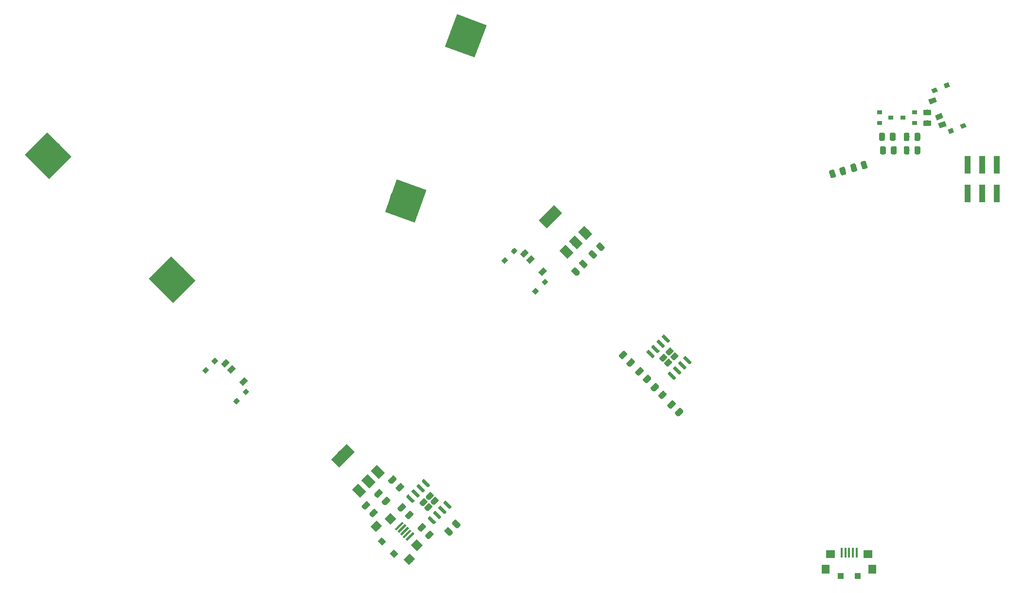
<source format=gbr>
G04 This is an RS-274x file exported by *
G04 gerbv version 2.7.0 *
G04 More information is available about gerbv at *
G04 http://gerbv.geda-project.org/ *
G04 --End of header info--*
%MOIN*%
%FSLAX36Y36*%
%IPPOS*%
G04 --Define apertures--*
%ADD10C,0.2165*%
%ADD11C,0.0039*%
%ADD12C,0.0384*%
%ADD13C,0.0394*%
%ADD14C,0.0531*%
%ADD15C,0.0157*%
%ADD16C,0.0551*%
%ADD17C,0.0315*%
%ADD18C,0.0354*%
%ADD19C,0.0382*%
%ADD20C,0.0236*%
%ADD21C,0.0787*%
%ADD22C,0.0591*%
%ADD23R,0.0433X0.0394*%
%ADD24R,0.0531X0.0591*%
%ADD25R,0.0157X0.0709*%
%ADD26R,0.0591X0.0551*%
%ADD27R,0.0394X0.1240*%
%ADD28R,0.0354X0.0315*%
G04 --Start main section--*
G54D10*
G01X4785392Y-3253308D03*
G54D11*
G36*
G01X4945466Y-3260268D02*
G01X4792352Y-3413381D01*
G01X4625319Y-3246348D01*
G01X4778433Y-3093235D01*
G01X4945466Y-3260268D01*
G01X4945466Y-3260268D01*
G37*
G54D10*
G01X3933523Y-2401439D03*
G54D11*
G36*
G01X4093597Y-2408399D02*
G01X3940483Y-2561513D01*
G01X3773450Y-2394479D01*
G01X3926564Y-2241366D01*
G01X4093597Y-2408399D01*
G01X4093597Y-2408399D01*
G37*
G36*
G01X6554782Y-4974993D02*
G01X6555714Y-4975131D01*
G01X6556627Y-4975360D01*
G01X6557514Y-4975678D01*
G01X6558366Y-4976080D01*
G01X6559173Y-4976564D01*
G01X6559930Y-4977125D01*
G01X6560627Y-4977758D01*
G01X6574199Y-4991329D01*
G01X6574831Y-4992027D01*
G01X6575392Y-4992783D01*
G01X6575877Y-4993591D01*
G01X6576279Y-4994443D01*
G01X6576596Y-4995329D01*
G01X6576825Y-4996243D01*
G01X6576963Y-4997174D01*
G01X6577010Y-4998115D01*
G01X6576963Y-4999056D01*
G01X6576825Y-4999987D01*
G01X6576596Y-5000901D01*
G01X6576279Y-5001787D01*
G01X6575877Y-5002639D01*
G01X6575392Y-5003446D01*
G01X6574831Y-5004203D01*
G01X6574199Y-5004901D01*
G01X6548796Y-5030304D01*
G01X6548098Y-5030936D01*
G01X6547342Y-5031497D01*
G01X6546534Y-5031981D01*
G01X6545683Y-5032384D01*
G01X6544796Y-5032701D01*
G01X6543882Y-5032930D01*
G01X6542951Y-5033068D01*
G01X6542010Y-5033114D01*
G01X6541070Y-5033068D01*
G01X6540138Y-5032930D01*
G01X6539225Y-5032701D01*
G01X6538338Y-5032384D01*
G01X6537487Y-5031981D01*
G01X6536679Y-5031497D01*
G01X6535922Y-5030936D01*
G01X6535225Y-5030304D01*
G01X6521653Y-5016732D01*
G01X6521021Y-5016034D01*
G01X6520460Y-5015278D01*
G01X6519976Y-5014470D01*
G01X6519573Y-5013619D01*
G01X6519256Y-5012732D01*
G01X6519027Y-5011819D01*
G01X6518889Y-5010887D01*
G01X6518842Y-5009946D01*
G01X6518889Y-5009006D01*
G01X6519027Y-5008074D01*
G01X6519256Y-5007161D01*
G01X6519573Y-5006274D01*
G01X6519976Y-5005423D01*
G01X6520460Y-5004615D01*
G01X6521021Y-5003859D01*
G01X6521653Y-5003161D01*
G01X6547056Y-4977758D01*
G01X6547754Y-4977125D01*
G01X6548510Y-4976564D01*
G01X6549318Y-4976080D01*
G01X6550169Y-4975678D01*
G01X6551056Y-4975360D01*
G01X6551970Y-4975131D01*
G01X6552901Y-4974993D01*
G01X6553842Y-4974947D01*
G01X6554782Y-4974993D01*
G01X6554782Y-4974993D01*
G37*
G54D12*
G01X6547926Y-5004031D03*
G54D11*
G36*
G01X6502585Y-4922795D02*
G01X6503516Y-4922934D01*
G01X6504430Y-4923162D01*
G01X6505316Y-4923480D01*
G01X6506168Y-4923882D01*
G01X6506975Y-4924366D01*
G01X6507732Y-4924927D01*
G01X6508430Y-4925560D01*
G01X6522001Y-4939131D01*
G01X6522634Y-4939829D01*
G01X6523195Y-4940586D01*
G01X6523679Y-4941393D01*
G01X6524081Y-4942245D01*
G01X6524399Y-4943131D01*
G01X6524627Y-4944045D01*
G01X6524766Y-4944976D01*
G01X6524812Y-4945917D01*
G01X6524766Y-4946858D01*
G01X6524627Y-4947789D01*
G01X6524399Y-4948703D01*
G01X6524081Y-4949589D01*
G01X6523679Y-4950441D01*
G01X6523195Y-4951249D01*
G01X6522634Y-4952005D01*
G01X6522001Y-4952703D01*
G01X6496598Y-4978106D01*
G01X6495900Y-4978738D01*
G01X6495144Y-4979299D01*
G01X6494336Y-4979783D01*
G01X6493485Y-4980186D01*
G01X6492598Y-4980503D01*
G01X6491685Y-4980732D01*
G01X6490753Y-4980870D01*
G01X6489812Y-4980916D01*
G01X6488872Y-4980870D01*
G01X6487940Y-4980732D01*
G01X6487027Y-4980503D01*
G01X6486140Y-4980186D01*
G01X6485289Y-4979783D01*
G01X6484481Y-4979299D01*
G01X6483724Y-4978738D01*
G01X6483027Y-4978106D01*
G01X6469455Y-4964534D01*
G01X6468823Y-4963836D01*
G01X6468262Y-4963080D01*
G01X6467778Y-4962272D01*
G01X6467375Y-4961421D01*
G01X6467058Y-4960534D01*
G01X6466829Y-4959621D01*
G01X6466691Y-4958689D01*
G01X6466644Y-4957749D01*
G01X6466691Y-4956808D01*
G01X6466829Y-4955876D01*
G01X6467058Y-4954963D01*
G01X6467375Y-4954076D01*
G01X6467778Y-4953225D01*
G01X6468262Y-4952417D01*
G01X6468823Y-4951661D01*
G01X6469455Y-4950963D01*
G01X6494858Y-4925560D01*
G01X6495556Y-4924927D01*
G01X6496312Y-4924366D01*
G01X6497120Y-4923882D01*
G01X6497971Y-4923480D01*
G01X6498858Y-4923162D01*
G01X6499772Y-4922934D01*
G01X6500703Y-4922795D01*
G01X6501644Y-4922749D01*
G01X6502585Y-4922795D01*
G01X6502585Y-4922795D01*
G37*
G54D12*
G01X6495728Y-4951833D03*
G54D11*
G36*
G01X6257703Y-4742087D02*
G01X6258634Y-4742225D01*
G01X6259548Y-4742454D01*
G01X6260434Y-4742771D01*
G01X6261286Y-4743174D01*
G01X6262094Y-4743658D01*
G01X6262850Y-4744219D01*
G01X6263548Y-4744851D01*
G01X6277119Y-4758423D01*
G01X6277752Y-4759121D01*
G01X6278313Y-4759877D01*
G01X6278797Y-4760685D01*
G01X6279199Y-4761536D01*
G01X6279517Y-4762423D01*
G01X6279746Y-4763336D01*
G01X6279884Y-4764268D01*
G01X6279930Y-4765208D01*
G01X6279884Y-4766149D01*
G01X6279746Y-4767081D01*
G01X6279517Y-4767994D01*
G01X6279199Y-4768881D01*
G01X6278797Y-4769732D01*
G01X6278313Y-4770540D01*
G01X6277752Y-4771296D01*
G01X6277119Y-4771994D01*
G01X6251716Y-4797397D01*
G01X6251018Y-4798030D01*
G01X6250262Y-4798591D01*
G01X6249454Y-4799075D01*
G01X6248603Y-4799477D01*
G01X6247716Y-4799795D01*
G01X6246803Y-4800023D01*
G01X6245871Y-4800162D01*
G01X6244931Y-4800208D01*
G01X6243990Y-4800162D01*
G01X6243058Y-4800023D01*
G01X6242145Y-4799795D01*
G01X6241258Y-4799477D01*
G01X6240407Y-4799075D01*
G01X6239599Y-4798591D01*
G01X6238843Y-4798030D01*
G01X6238145Y-4797397D01*
G01X6224573Y-4783826D01*
G01X6223941Y-4783128D01*
G01X6223380Y-4782371D01*
G01X6222896Y-4781564D01*
G01X6222493Y-4780712D01*
G01X6222176Y-4779826D01*
G01X6221947Y-4778912D01*
G01X6221809Y-4777981D01*
G01X6221763Y-4777040D01*
G01X6221809Y-4776099D01*
G01X6221947Y-4775168D01*
G01X6222176Y-4774254D01*
G01X6222493Y-4773368D01*
G01X6222896Y-4772516D01*
G01X6223380Y-4771708D01*
G01X6223941Y-4770952D01*
G01X6224573Y-4770254D01*
G01X6249976Y-4744851D01*
G01X6250674Y-4744219D01*
G01X6251431Y-4743658D01*
G01X6252238Y-4743174D01*
G01X6253090Y-4742771D01*
G01X6253976Y-4742454D01*
G01X6254890Y-4742225D01*
G01X6255821Y-4742087D01*
G01X6256762Y-4742041D01*
G01X6257703Y-4742087D01*
G01X6257703Y-4742087D01*
G37*
G54D12*
G01X6250846Y-4771124D03*
G54D11*
G36*
G01X6205505Y-4689889D02*
G01X6206436Y-4690027D01*
G01X6207350Y-4690256D01*
G01X6208237Y-4690573D01*
G01X6209088Y-4690976D01*
G01X6209896Y-4691460D01*
G01X6210652Y-4692021D01*
G01X6211350Y-4692653D01*
G01X6224921Y-4706225D01*
G01X6225554Y-4706923D01*
G01X6226115Y-4707679D01*
G01X6226599Y-4708487D01*
G01X6227002Y-4709338D01*
G01X6227319Y-4710225D01*
G01X6227548Y-4711138D01*
G01X6227686Y-4712070D01*
G01X6227732Y-4713011D01*
G01X6227686Y-4713951D01*
G01X6227548Y-4714883D01*
G01X6227319Y-4715796D01*
G01X6227002Y-4716683D01*
G01X6226599Y-4717534D01*
G01X6226115Y-4718342D01*
G01X6225554Y-4719099D01*
G01X6224921Y-4719796D01*
G01X6199518Y-4745199D01*
G01X6198821Y-4745832D01*
G01X6198064Y-4746393D01*
G01X6197256Y-4746877D01*
G01X6196405Y-4747280D01*
G01X6195518Y-4747597D01*
G01X6194605Y-4747826D01*
G01X6193673Y-4747964D01*
G01X6192733Y-4748010D01*
G01X6191792Y-4747964D01*
G01X6190861Y-4747826D01*
G01X6189947Y-4747597D01*
G01X6189060Y-4747280D01*
G01X6188209Y-4746877D01*
G01X6187401Y-4746393D01*
G01X6186645Y-4745832D01*
G01X6185947Y-4745199D01*
G01X6172376Y-4731628D01*
G01X6171743Y-4730930D01*
G01X6171182Y-4730174D01*
G01X6170698Y-4729366D01*
G01X6170295Y-4728514D01*
G01X6169978Y-4727628D01*
G01X6169749Y-4726714D01*
G01X6169611Y-4725783D01*
G01X6169565Y-4724842D01*
G01X6169611Y-4723901D01*
G01X6169749Y-4722970D01*
G01X6169978Y-4722056D01*
G01X6170295Y-4721170D01*
G01X6170698Y-4720318D01*
G01X6171182Y-4719511D01*
G01X6171743Y-4718754D01*
G01X6172376Y-4718056D01*
G01X6197778Y-4692653D01*
G01X6198476Y-4692021D01*
G01X6199233Y-4691460D01*
G01X6200040Y-4690976D01*
G01X6200892Y-4690573D01*
G01X6201778Y-4690256D01*
G01X6202692Y-4690027D01*
G01X6203624Y-4689889D01*
G01X6204564Y-4689843D01*
G01X6205505Y-4689889D01*
G01X6205505Y-4689889D01*
G37*
G54D12*
G01X6198648Y-4718926D03*
G54D11*
G36*
G01X6119678Y-4772172D02*
G01X6120610Y-4772311D01*
G01X6121523Y-4772539D01*
G01X6122410Y-4772857D01*
G01X6123261Y-4773259D01*
G01X6124069Y-4773743D01*
G01X6124825Y-4774304D01*
G01X6125523Y-4774937D01*
G01X6139095Y-4788508D01*
G01X6139727Y-4789206D01*
G01X6140288Y-4789963D01*
G01X6140772Y-4790770D01*
G01X6141175Y-4791622D01*
G01X6141492Y-4792508D01*
G01X6141721Y-4793422D01*
G01X6141859Y-4794353D01*
G01X6141905Y-4795294D01*
G01X6141859Y-4796235D01*
G01X6141721Y-4797166D01*
G01X6141492Y-4798080D01*
G01X6141175Y-4798966D01*
G01X6140772Y-4799818D01*
G01X6140288Y-4800626D01*
G01X6139727Y-4801382D01*
G01X6139095Y-4802080D01*
G01X6113692Y-4827483D01*
G01X6112994Y-4828115D01*
G01X6112237Y-4828676D01*
G01X6111430Y-4829160D01*
G01X6110578Y-4829563D01*
G01X6109692Y-4829880D01*
G01X6108778Y-4830109D01*
G01X6107846Y-4830247D01*
G01X6106906Y-4830293D01*
G01X6105965Y-4830247D01*
G01X6105034Y-4830109D01*
G01X6104120Y-4829880D01*
G01X6103233Y-4829563D01*
G01X6102382Y-4829160D01*
G01X6101574Y-4828676D01*
G01X6100818Y-4828115D01*
G01X6100120Y-4827483D01*
G01X6086549Y-4813911D01*
G01X6085916Y-4813213D01*
G01X6085355Y-4812457D01*
G01X6084871Y-4811649D01*
G01X6084468Y-4810798D01*
G01X6084151Y-4809911D01*
G01X6083922Y-4808998D01*
G01X6083784Y-4808066D01*
G01X6083738Y-4807126D01*
G01X6083784Y-4806185D01*
G01X6083922Y-4805253D01*
G01X6084151Y-4804340D01*
G01X6084468Y-4803453D01*
G01X6084871Y-4802602D01*
G01X6085355Y-4801794D01*
G01X6085916Y-4801038D01*
G01X6086549Y-4800340D01*
G01X6111952Y-4774937D01*
G01X6112649Y-4774304D01*
G01X6113406Y-4773743D01*
G01X6114214Y-4773259D01*
G01X6115065Y-4772857D01*
G01X6115952Y-4772539D01*
G01X6116865Y-4772311D01*
G01X6117797Y-4772172D01*
G01X6118737Y-4772126D01*
G01X6119678Y-4772172D01*
G01X6119678Y-4772172D01*
G37*
G54D12*
G01X6112822Y-4801210D03*
G54D11*
G36*
G01X6171876Y-4824370D02*
G01X6172807Y-4824508D01*
G01X6173721Y-4824737D01*
G01X6174608Y-4825054D01*
G01X6175459Y-4825457D01*
G01X6176267Y-4825941D01*
G01X6177023Y-4826502D01*
G01X6177721Y-4827135D01*
G01X6191292Y-4840706D01*
G01X6191925Y-4841404D01*
G01X6192486Y-4842160D01*
G01X6192970Y-4842968D01*
G01X6193373Y-4843819D01*
G01X6193690Y-4844706D01*
G01X6193919Y-4845620D01*
G01X6194057Y-4846551D01*
G01X6194103Y-4847492D01*
G01X6194057Y-4848433D01*
G01X6193919Y-4849364D01*
G01X6193690Y-4850278D01*
G01X6193373Y-4851164D01*
G01X6192970Y-4852016D01*
G01X6192486Y-4852823D01*
G01X6191925Y-4853580D01*
G01X6191292Y-4854278D01*
G01X6165889Y-4879681D01*
G01X6165192Y-4880313D01*
G01X6164435Y-4880874D01*
G01X6163627Y-4881358D01*
G01X6162776Y-4881761D01*
G01X6161889Y-4882078D01*
G01X6160976Y-4882307D01*
G01X6160044Y-4882445D01*
G01X6159104Y-4882491D01*
G01X6158163Y-4882445D01*
G01X6157232Y-4882307D01*
G01X6156318Y-4882078D01*
G01X6155431Y-4881761D01*
G01X6154580Y-4881358D01*
G01X6153772Y-4880874D01*
G01X6153016Y-4880313D01*
G01X6152318Y-4879681D01*
G01X6138747Y-4866109D01*
G01X6138114Y-4865411D01*
G01X6137553Y-4864655D01*
G01X6137069Y-4863847D01*
G01X6136666Y-4862996D01*
G01X6136349Y-4862109D01*
G01X6136120Y-4861196D01*
G01X6135982Y-4860264D01*
G01X6135936Y-4859323D01*
G01X6135982Y-4858383D01*
G01X6136120Y-4857451D01*
G01X6136349Y-4856538D01*
G01X6136666Y-4855651D01*
G01X6137069Y-4854800D01*
G01X6137553Y-4853992D01*
G01X6138114Y-4853235D01*
G01X6138747Y-4852538D01*
G01X6164150Y-4827135D01*
G01X6164847Y-4826502D01*
G01X6165604Y-4825941D01*
G01X6166411Y-4825457D01*
G01X6167263Y-4825054D01*
G01X6168150Y-4824737D01*
G01X6169063Y-4824508D01*
G01X6169995Y-4824370D01*
G01X6170935Y-4824324D01*
G01X6171876Y-4824370D01*
G01X6171876Y-4824370D01*
G37*
G54D12*
G01X6165019Y-4853408D03*
G54D11*
G36*
G01X6352699Y-4647713D02*
G01X6353631Y-4647851D01*
G01X6354544Y-4648080D01*
G01X6355431Y-4648398D01*
G01X6356282Y-4648800D01*
G01X6357090Y-4649284D01*
G01X6357846Y-4649845D01*
G01X6358544Y-4650478D01*
G01X6372116Y-4664049D01*
G01X6372748Y-4664747D01*
G01X6373309Y-4665503D01*
G01X6373793Y-4666311D01*
G01X6374196Y-4667163D01*
G01X6374513Y-4668049D01*
G01X6374742Y-4668963D01*
G01X6374880Y-4669894D01*
G01X6374926Y-4670835D01*
G01X6374880Y-4671776D01*
G01X6374742Y-4672707D01*
G01X6374513Y-4673621D01*
G01X6374196Y-4674507D01*
G01X6373793Y-4675359D01*
G01X6373309Y-4676166D01*
G01X6372748Y-4676923D01*
G01X6372116Y-4677621D01*
G01X6346713Y-4703024D01*
G01X6346015Y-4703656D01*
G01X6345259Y-4704217D01*
G01X6344451Y-4704701D01*
G01X6343599Y-4705104D01*
G01X6342713Y-4705421D01*
G01X6341799Y-4705650D01*
G01X6340868Y-4705788D01*
G01X6339927Y-4705834D01*
G01X6338986Y-4705788D01*
G01X6338055Y-4705650D01*
G01X6337141Y-4705421D01*
G01X6336255Y-4705104D01*
G01X6335403Y-4704701D01*
G01X6334596Y-4704217D01*
G01X6333839Y-4703656D01*
G01X6333141Y-4703024D01*
G01X6319570Y-4689452D01*
G01X6318937Y-4688754D01*
G01X6318376Y-4687998D01*
G01X6317892Y-4687190D01*
G01X6317490Y-4686339D01*
G01X6317172Y-4685452D01*
G01X6316944Y-4684539D01*
G01X6316805Y-4683607D01*
G01X6316759Y-4682666D01*
G01X6316805Y-4681726D01*
G01X6316944Y-4680794D01*
G01X6317172Y-4679881D01*
G01X6317490Y-4678994D01*
G01X6317892Y-4678143D01*
G01X6318376Y-4677335D01*
G01X6318937Y-4676579D01*
G01X6319570Y-4675881D01*
G01X6344973Y-4650478D01*
G01X6345671Y-4649845D01*
G01X6346427Y-4649284D01*
G01X6347235Y-4648800D01*
G01X6348086Y-4648398D01*
G01X6348973Y-4648080D01*
G01X6349886Y-4647851D01*
G01X6350818Y-4647713D01*
G01X6351759Y-4647667D01*
G01X6352699Y-4647713D01*
G01X6352699Y-4647713D01*
G37*
G54D12*
G01X6345843Y-4676751D03*
G54D11*
G36*
G01X6300501Y-4595515D02*
G01X6301433Y-4595654D01*
G01X6302346Y-4595882D01*
G01X6303233Y-4596200D01*
G01X6304084Y-4596602D01*
G01X6304892Y-4597086D01*
G01X6305649Y-4597647D01*
G01X6306346Y-4598280D01*
G01X6319918Y-4611851D01*
G01X6320550Y-4612549D01*
G01X6321111Y-4613306D01*
G01X6321595Y-4614113D01*
G01X6321998Y-4614965D01*
G01X6322315Y-4615851D01*
G01X6322544Y-4616765D01*
G01X6322682Y-4617696D01*
G01X6322729Y-4618637D01*
G01X6322682Y-4619578D01*
G01X6322544Y-4620509D01*
G01X6322315Y-4621423D01*
G01X6321998Y-4622309D01*
G01X6321595Y-4623161D01*
G01X6321111Y-4623969D01*
G01X6320550Y-4624725D01*
G01X6319918Y-4625423D01*
G01X6294515Y-4650826D01*
G01X6293817Y-4651458D01*
G01X6293061Y-4652019D01*
G01X6292253Y-4652503D01*
G01X6291402Y-4652906D01*
G01X6290515Y-4653223D01*
G01X6289601Y-4653452D01*
G01X6288670Y-4653590D01*
G01X6287729Y-4653636D01*
G01X6286789Y-4653590D01*
G01X6285857Y-4653452D01*
G01X6284944Y-4653223D01*
G01X6284057Y-4652906D01*
G01X6283205Y-4652503D01*
G01X6282398Y-4652019D01*
G01X6281641Y-4651458D01*
G01X6280944Y-4650826D01*
G01X6267372Y-4637254D01*
G01X6266740Y-4636556D01*
G01X6266179Y-4635800D01*
G01X6265694Y-4634992D01*
G01X6265292Y-4634141D01*
G01X6264975Y-4633254D01*
G01X6264746Y-4632341D01*
G01X6264608Y-4631409D01*
G01X6264561Y-4630469D01*
G01X6264608Y-4629528D01*
G01X6264746Y-4628596D01*
G01X6264975Y-4627683D01*
G01X6265292Y-4626796D01*
G01X6265694Y-4625945D01*
G01X6266179Y-4625137D01*
G01X6266740Y-4624381D01*
G01X6267372Y-4623683D01*
G01X6292775Y-4598280D01*
G01X6293473Y-4597647D01*
G01X6294229Y-4597086D01*
G01X6295037Y-4596602D01*
G01X6295888Y-4596200D01*
G01X6296775Y-4595882D01*
G01X6297689Y-4595654D01*
G01X6298620Y-4595515D01*
G01X6299561Y-4595469D01*
G01X6300501Y-4595515D01*
G01X6300501Y-4595515D01*
G37*
G54D12*
G01X6293645Y-4624553D03*
G54D13*
G01X6222700Y-5048282D03*
G54D11*
G36*
G01X6251930Y-5049674D02*
G01X6224092Y-5077512D01*
G01X6193469Y-5046890D01*
G01X6221308Y-5019051D01*
G01X6251930Y-5049674D01*
G01X6251930Y-5049674D01*
G37*
G54D13*
G01X6306216Y-5131798D03*
G54D11*
G36*
G01X6335447Y-5133190D02*
G01X6307608Y-5161029D01*
G01X6276985Y-5130406D01*
G01X6304824Y-5102567D01*
G01X6335447Y-5133190D01*
G01X6335447Y-5133190D01*
G37*
G54D14*
G01X6183864Y-4943747D03*
G54D11*
G36*
G01X6223535Y-4941659D02*
G01X6181777Y-4983417D01*
G01X6144194Y-4945835D01*
G01X6185952Y-4904076D01*
G01X6223535Y-4941659D01*
G01X6223535Y-4941659D01*
G37*
G54D14*
G01X6410751Y-5170633D03*
G54D11*
G36*
G01X6450421Y-5168545D02*
G01X6408663Y-5210304D01*
G01X6371081Y-5172721D01*
G01X6412839Y-5130963D01*
G01X6450421Y-5168545D01*
G01X6450421Y-5168545D01*
G37*
G54D15*
G01X6341015Y-4941102D03*
G54D11*
G36*
G01X6371637Y-4921615D02*
G01X6321528Y-4971725D01*
G01X6310392Y-4960589D01*
G01X6360502Y-4910479D01*
G01X6371637Y-4921615D01*
G01X6371637Y-4921615D01*
G37*
G54D15*
G01X6413396Y-5013483D03*
G54D11*
G36*
G01X6444018Y-4993996D02*
G01X6393909Y-5044106D01*
G01X6382773Y-5032970D01*
G01X6432883Y-4982860D01*
G01X6444018Y-4993996D01*
G01X6444018Y-4993996D01*
G37*
G54D15*
G01X6359110Y-4959197D03*
G54D11*
G36*
G01X6389733Y-4939710D02*
G01X6339623Y-4989820D01*
G01X6328487Y-4978684D01*
G01X6378597Y-4928575D01*
G01X6389733Y-4939710D01*
G01X6389733Y-4939710D01*
G37*
G54D15*
G01X6395301Y-4995388D03*
G54D11*
G36*
G01X6425923Y-4975901D02*
G01X6375813Y-5026010D01*
G01X6364678Y-5014875D01*
G01X6414788Y-4964765D01*
G01X6425923Y-4975901D01*
G01X6425923Y-4975901D01*
G37*
G54D15*
G01X6377205Y-4977293D03*
G54D11*
G36*
G01X6407828Y-4957805D02*
G01X6357718Y-5007915D01*
G01X6346583Y-4996780D01*
G01X6396692Y-4946670D01*
G01X6407828Y-4957805D01*
G01X6407828Y-4957805D01*
G37*
G54D16*
G01X6281161Y-4892384D03*
G54D11*
G36*
G01X6321528Y-4893776D02*
G01X6282553Y-4932750D01*
G01X6240795Y-4890992D01*
G01X6279769Y-4852018D01*
G01X6321528Y-4893776D01*
G01X6321528Y-4893776D01*
G37*
G54D16*
G01X6462114Y-5073337D03*
G54D11*
G36*
G01X6502480Y-5074728D02*
G01X6463506Y-5113703D01*
G01X6421747Y-5071945D01*
G01X6460722Y-5032970D01*
G01X6502480Y-5074728D01*
G01X6502480Y-5074728D01*
G37*
G36*
G01X6727203Y-4899338D02*
G01X6728134Y-4899476D01*
G01X6729048Y-4899705D01*
G01X6729935Y-4900022D01*
G01X6730786Y-4900425D01*
G01X6731594Y-4900909D01*
G01X6732350Y-4901470D01*
G01X6733048Y-4902102D01*
G01X6758451Y-4927505D01*
G01X6759083Y-4928203D01*
G01X6759644Y-4928959D01*
G01X6760129Y-4929767D01*
G01X6760531Y-4930618D01*
G01X6760848Y-4931505D01*
G01X6761077Y-4932419D01*
G01X6761215Y-4933350D01*
G01X6761262Y-4934291D01*
G01X6761215Y-4935231D01*
G01X6761077Y-4936163D01*
G01X6760848Y-4937077D01*
G01X6760531Y-4937963D01*
G01X6760129Y-4938815D01*
G01X6759644Y-4939622D01*
G01X6759083Y-4940379D01*
G01X6758451Y-4941077D01*
G01X6744879Y-4954648D01*
G01X6744182Y-4955280D01*
G01X6743425Y-4955841D01*
G01X6742617Y-4956326D01*
G01X6741766Y-4956728D01*
G01X6740879Y-4957046D01*
G01X6739966Y-4957274D01*
G01X6739034Y-4957413D01*
G01X6738094Y-4957459D01*
G01X6737153Y-4957413D01*
G01X6736222Y-4957274D01*
G01X6735308Y-4957046D01*
G01X6734421Y-4956728D01*
G01X6733570Y-4956326D01*
G01X6732762Y-4955841D01*
G01X6732006Y-4955280D01*
G01X6731308Y-4954648D01*
G01X6705905Y-4929245D01*
G01X6705273Y-4928547D01*
G01X6704712Y-4927791D01*
G01X6704227Y-4926983D01*
G01X6703825Y-4926132D01*
G01X6703508Y-4925245D01*
G01X6703279Y-4924332D01*
G01X6703141Y-4923400D01*
G01X6703094Y-4922459D01*
G01X6703141Y-4921519D01*
G01X6703279Y-4920587D01*
G01X6703508Y-4919674D01*
G01X6703825Y-4918787D01*
G01X6704227Y-4917936D01*
G01X6704712Y-4917128D01*
G01X6705273Y-4916371D01*
G01X6705905Y-4915674D01*
G01X6719477Y-4902102D01*
G01X6720174Y-4901470D01*
G01X6720931Y-4900909D01*
G01X6721739Y-4900425D01*
G01X6722590Y-4900022D01*
G01X6723477Y-4899705D01*
G01X6724390Y-4899476D01*
G01X6725322Y-4899338D01*
G01X6726262Y-4899291D01*
G01X6727203Y-4899338D01*
G01X6727203Y-4899338D01*
G37*
G54D12*
G01X6732178Y-4928375D03*
G54D11*
G36*
G01X6675005Y-4951536D02*
G01X6675937Y-4951674D01*
G01X6676850Y-4951903D01*
G01X6677737Y-4952220D01*
G01X6678588Y-4952622D01*
G01X6679396Y-4953107D01*
G01X6680152Y-4953668D01*
G01X6680850Y-4954300D01*
G01X6706253Y-4979703D01*
G01X6706885Y-4980401D01*
G01X6707446Y-4981157D01*
G01X6707931Y-4981965D01*
G01X6708333Y-4982816D01*
G01X6708651Y-4983703D01*
G01X6708879Y-4984617D01*
G01X6709018Y-4985548D01*
G01X6709064Y-4986489D01*
G01X6709018Y-4987429D01*
G01X6708879Y-4988361D01*
G01X6708651Y-4989274D01*
G01X6708333Y-4990161D01*
G01X6707931Y-4991012D01*
G01X6707446Y-4991820D01*
G01X6706885Y-4992577D01*
G01X6706253Y-4993274D01*
G01X6692682Y-5006846D01*
G01X6691984Y-5007478D01*
G01X6691227Y-5008039D01*
G01X6690420Y-5008524D01*
G01X6689568Y-5008926D01*
G01X6688682Y-5009243D01*
G01X6687768Y-5009472D01*
G01X6686836Y-5009610D01*
G01X6685896Y-5009657D01*
G01X6684955Y-5009610D01*
G01X6684024Y-5009472D01*
G01X6683110Y-5009243D01*
G01X6682223Y-5008926D01*
G01X6681372Y-5008524D01*
G01X6680564Y-5008039D01*
G01X6679808Y-5007478D01*
G01X6679110Y-5006846D01*
G01X6653707Y-4981443D01*
G01X6653075Y-4980745D01*
G01X6652514Y-4979989D01*
G01X6652030Y-4979181D01*
G01X6651627Y-4978330D01*
G01X6651310Y-4977443D01*
G01X6651081Y-4976529D01*
G01X6650943Y-4975598D01*
G01X6650896Y-4974657D01*
G01X6650943Y-4973717D01*
G01X6651081Y-4972785D01*
G01X6651310Y-4971872D01*
G01X6651627Y-4970985D01*
G01X6652030Y-4970134D01*
G01X6652514Y-4969326D01*
G01X6653075Y-4968569D01*
G01X6653707Y-4967872D01*
G01X6667279Y-4954300D01*
G01X6667976Y-4953668D01*
G01X6668733Y-4953107D01*
G01X6669541Y-4952622D01*
G01X6670392Y-4952220D01*
G01X6671279Y-4951903D01*
G01X6672192Y-4951674D01*
G01X6673124Y-4951536D01*
G01X6674064Y-4951489D01*
G01X6675005Y-4951536D01*
G01X6675005Y-4951536D01*
G37*
G54D12*
G01X6679980Y-4980573D03*
G54D11*
G36*
G01X6417151Y-4837756D02*
G01X6418083Y-4837894D01*
G01X6418997Y-4838123D01*
G01X6419883Y-4838440D01*
G01X6420735Y-4838843D01*
G01X6421542Y-4839327D01*
G01X6422299Y-4839888D01*
G01X6422997Y-4840521D01*
G01X6436568Y-4854092D01*
G01X6437200Y-4854790D01*
G01X6437761Y-4855546D01*
G01X6438246Y-4856354D01*
G01X6438648Y-4857205D01*
G01X6438966Y-4858092D01*
G01X6439194Y-4859006D01*
G01X6439333Y-4859937D01*
G01X6439379Y-4860878D01*
G01X6439333Y-4861818D01*
G01X6439194Y-4862750D01*
G01X6438966Y-4863663D01*
G01X6438648Y-4864550D01*
G01X6438246Y-4865401D01*
G01X6437761Y-4866209D01*
G01X6437200Y-4866966D01*
G01X6436568Y-4867663D01*
G01X6411165Y-4893066D01*
G01X6410467Y-4893699D01*
G01X6409711Y-4894260D01*
G01X6408903Y-4894744D01*
G01X6408052Y-4895147D01*
G01X6407165Y-4895464D01*
G01X6406252Y-4895693D01*
G01X6405320Y-4895831D01*
G01X6404379Y-4895877D01*
G01X6403439Y-4895831D01*
G01X6402507Y-4895693D01*
G01X6401594Y-4895464D01*
G01X6400707Y-4895147D01*
G01X6399856Y-4894744D01*
G01X6399048Y-4894260D01*
G01X6398291Y-4893699D01*
G01X6397594Y-4893066D01*
G01X6384022Y-4879495D01*
G01X6383390Y-4878797D01*
G01X6382829Y-4878041D01*
G01X6382345Y-4877233D01*
G01X6381942Y-4876382D01*
G01X6381625Y-4875495D01*
G01X6381396Y-4874581D01*
G01X6381258Y-4873650D01*
G01X6381211Y-4872709D01*
G01X6381258Y-4871769D01*
G01X6381396Y-4870837D01*
G01X6381625Y-4869924D01*
G01X6381942Y-4869037D01*
G01X6382345Y-4868186D01*
G01X6382829Y-4867378D01*
G01X6383390Y-4866621D01*
G01X6384022Y-4865924D01*
G01X6409425Y-4840521D01*
G01X6410123Y-4839888D01*
G01X6410879Y-4839327D01*
G01X6411687Y-4838843D01*
G01X6412538Y-4838440D01*
G01X6413425Y-4838123D01*
G01X6414339Y-4837894D01*
G01X6415270Y-4837756D01*
G01X6416211Y-4837710D01*
G01X6417151Y-4837756D01*
G01X6417151Y-4837756D01*
G37*
G54D12*
G01X6410295Y-4866794D03*
G54D11*
G36*
G01X6364954Y-4785558D02*
G01X6365885Y-4785696D01*
G01X6366799Y-4785925D01*
G01X6367685Y-4786242D01*
G01X6368537Y-4786645D01*
G01X6369344Y-4787129D01*
G01X6370101Y-4787690D01*
G01X6370799Y-4788323D01*
G01X6384370Y-4801894D01*
G01X6385003Y-4802592D01*
G01X6385564Y-4803348D01*
G01X6386048Y-4804156D01*
G01X6386450Y-4805007D01*
G01X6386768Y-4805894D01*
G01X6386996Y-4806808D01*
G01X6387135Y-4807739D01*
G01X6387181Y-4808680D01*
G01X6387135Y-4809621D01*
G01X6386996Y-4810552D01*
G01X6386768Y-4811466D01*
G01X6386450Y-4812352D01*
G01X6386048Y-4813204D01*
G01X6385564Y-4814011D01*
G01X6385003Y-4814768D01*
G01X6384370Y-4815466D01*
G01X6358967Y-4840869D01*
G01X6358269Y-4841501D01*
G01X6357513Y-4842062D01*
G01X6356705Y-4842546D01*
G01X6355854Y-4842949D01*
G01X6354967Y-4843266D01*
G01X6354054Y-4843495D01*
G01X6353122Y-4843633D01*
G01X6352181Y-4843679D01*
G01X6351241Y-4843633D01*
G01X6350309Y-4843495D01*
G01X6349396Y-4843266D01*
G01X6348509Y-4842949D01*
G01X6347658Y-4842546D01*
G01X6346850Y-4842062D01*
G01X6346094Y-4841501D01*
G01X6345396Y-4840869D01*
G01X6331824Y-4827297D01*
G01X6331192Y-4826599D01*
G01X6330631Y-4825843D01*
G01X6330147Y-4825035D01*
G01X6329744Y-4824184D01*
G01X6329427Y-4823297D01*
G01X6329198Y-4822384D01*
G01X6329060Y-4821452D01*
G01X6329014Y-4820511D01*
G01X6329060Y-4819571D01*
G01X6329198Y-4818639D01*
G01X6329427Y-4817726D01*
G01X6329744Y-4816839D01*
G01X6330147Y-4815988D01*
G01X6330631Y-4815180D01*
G01X6331192Y-4814423D01*
G01X6331824Y-4813726D01*
G01X6357227Y-4788323D01*
G01X6357925Y-4787690D01*
G01X6358681Y-4787129D01*
G01X6359489Y-4786645D01*
G01X6360341Y-4786242D01*
G01X6361227Y-4785925D01*
G01X6362141Y-4785696D01*
G01X6363072Y-4785558D01*
G01X6364013Y-4785512D01*
G01X6364954Y-4785558D01*
G01X6364954Y-4785558D01*
G37*
G54D12*
G01X6358097Y-4814596D03*
G54D17*
G01X5013831Y-3874123D03*
G54D11*
G36*
G01X4990168Y-3875515D02*
G01X5015223Y-3850460D01*
G01X5037494Y-3872731D01*
G01X5012439Y-3897786D01*
G01X4990168Y-3875515D01*
G01X4990168Y-3875515D01*
G37*
G54D17*
G01X5225407Y-4085698D03*
G54D11*
G36*
G01X5201744Y-4087090D02*
G01X5226799Y-4062035D01*
G01X5249070Y-4084306D01*
G01X5224015Y-4109361D01*
G01X5201744Y-4087090D01*
G01X5201744Y-4087090D01*
G37*
G54D17*
G01X5289714Y-4021947D03*
G54D11*
G36*
G01X5266051Y-4023339D02*
G01X5291106Y-3998284D01*
G01X5313377Y-4020555D01*
G01X5288322Y-4045610D01*
G01X5266051Y-4023339D01*
G01X5266051Y-4023339D01*
G37*
G54D17*
G01X5077861Y-3810094D03*
G54D11*
G36*
G01X5054198Y-3811485D02*
G01X5079253Y-3786431D01*
G01X5101524Y-3808702D01*
G01X5076469Y-3833757D01*
G01X5054198Y-3811485D01*
G01X5054198Y-3811485D01*
G37*
G54D18*
G01X5148154Y-3826101D03*
G54D11*
G36*
G01X5118227Y-3830973D02*
G01X5153026Y-3796174D01*
G01X5178081Y-3821229D01*
G01X5143282Y-3856028D01*
G01X5118227Y-3830973D01*
G01X5118227Y-3830973D01*
G37*
G54D18*
G01X5189912Y-3867859D03*
G54D11*
G36*
G01X5159985Y-3872731D02*
G01X5194784Y-3837932D01*
G01X5219839Y-3862987D01*
G01X5185040Y-3897786D01*
G01X5159985Y-3872731D01*
G01X5159985Y-3872731D01*
G37*
G54D18*
G01X5273429Y-3951376D03*
G54D11*
G36*
G01X5243502Y-3956248D02*
G01X5278300Y-3921449D01*
G01X5303355Y-3946504D01*
G01X5268557Y-3981302D01*
G01X5243502Y-3956248D01*
G01X5243502Y-3956248D01*
G37*
G36*
G01X6588052Y-4743289D02*
G01X6588979Y-4743426D01*
G01X6589888Y-4743654D01*
G01X6590770Y-4743970D01*
G01X6591617Y-4744370D01*
G01X6592421Y-4744852D01*
G01X6593173Y-4745410D01*
G01X6593868Y-4746039D01*
G01X6607369Y-4759541D01*
G01X6607999Y-4760235D01*
G01X6608557Y-4760988D01*
G01X6609038Y-4761791D01*
G01X6609439Y-4762638D01*
G01X6609755Y-4763521D01*
G01X6609982Y-4764429D01*
G01X6610120Y-4765356D01*
G01X6610166Y-4766292D01*
G01X6610120Y-4767228D01*
G01X6609982Y-4768155D01*
G01X6609755Y-4769063D01*
G01X6609439Y-4769946D01*
G01X6609038Y-4770793D01*
G01X6608557Y-4771596D01*
G01X6607999Y-4772349D01*
G01X6607369Y-4773043D01*
G01X6586073Y-4794340D01*
G01X6585378Y-4794969D01*
G01X6584626Y-4795527D01*
G01X6583822Y-4796009D01*
G01X6582975Y-4796409D01*
G01X6582093Y-4796725D01*
G01X6581184Y-4796952D01*
G01X6580258Y-4797090D01*
G01X6579322Y-4797136D01*
G01X6578386Y-4797090D01*
G01X6577459Y-4796952D01*
G01X6576550Y-4796725D01*
G01X6575668Y-4796409D01*
G01X6574821Y-4796009D01*
G01X6574018Y-4795527D01*
G01X6573265Y-4794969D01*
G01X6572571Y-4794340D01*
G01X6559069Y-4780838D01*
G01X6558440Y-4780144D01*
G01X6557882Y-4779391D01*
G01X6557400Y-4778587D01*
G01X6556999Y-4777740D01*
G01X6556684Y-4776858D01*
G01X6556456Y-4775949D01*
G01X6556319Y-4775023D01*
G01X6556273Y-4774087D01*
G01X6556319Y-4773151D01*
G01X6556456Y-4772224D01*
G01X6556684Y-4771315D01*
G01X6556999Y-4770433D01*
G01X6557400Y-4769586D01*
G01X6557882Y-4768783D01*
G01X6558440Y-4768030D01*
G01X6559069Y-4767336D01*
G01X6580366Y-4746039D01*
G01X6581060Y-4745410D01*
G01X6581812Y-4744852D01*
G01X6582616Y-4744370D01*
G01X6583463Y-4743970D01*
G01X6584345Y-4743654D01*
G01X6585254Y-4743426D01*
G01X6586181Y-4743289D01*
G01X6587117Y-4743243D01*
G01X6588052Y-4743289D01*
G01X6588052Y-4743289D01*
G37*
G54D19*
G01X6583219Y-4770189D03*
G54D11*
G36*
G01X6544902Y-4786439D02*
G01X6545829Y-4786577D01*
G01X6546738Y-4786804D01*
G01X6547620Y-4787120D01*
G01X6548467Y-4787520D01*
G01X6549271Y-4788002D01*
G01X6550023Y-4788560D01*
G01X6550717Y-4789189D01*
G01X6564219Y-4802691D01*
G01X6564848Y-4803386D01*
G01X6565406Y-4804138D01*
G01X6565888Y-4804942D01*
G01X6566289Y-4805789D01*
G01X6566604Y-4806671D01*
G01X6566832Y-4807580D01*
G01X6566970Y-4808506D01*
G01X6567016Y-4809442D01*
G01X6566970Y-4810378D01*
G01X6566832Y-4811305D01*
G01X6566604Y-4812214D01*
G01X6566289Y-4813096D01*
G01X6565888Y-4813943D01*
G01X6565406Y-4814746D01*
G01X6564848Y-4815499D01*
G01X6564219Y-4816193D01*
G01X6542922Y-4837490D01*
G01X6542228Y-4838119D01*
G01X6541476Y-4838677D01*
G01X6540672Y-4839159D01*
G01X6539825Y-4839559D01*
G01X6538943Y-4839875D01*
G01X6538034Y-4840103D01*
G01X6537107Y-4840240D01*
G01X6536172Y-4840286D01*
G01X6535236Y-4840240D01*
G01X6534309Y-4840103D01*
G01X6533400Y-4839875D01*
G01X6532518Y-4839559D01*
G01X6531671Y-4839159D01*
G01X6530867Y-4838677D01*
G01X6530115Y-4838119D01*
G01X6529421Y-4837490D01*
G01X6515919Y-4823988D01*
G01X6515290Y-4823294D01*
G01X6514731Y-4822541D01*
G01X6514250Y-4821738D01*
G01X6513849Y-4820891D01*
G01X6513534Y-4820009D01*
G01X6513306Y-4819100D01*
G01X6513168Y-4818173D01*
G01X6513122Y-4817237D01*
G01X6513168Y-4816301D01*
G01X6513306Y-4815375D01*
G01X6513534Y-4814466D01*
G01X6513849Y-4813584D01*
G01X6514250Y-4812737D01*
G01X6514731Y-4811933D01*
G01X6515290Y-4811180D01*
G01X6515919Y-4810486D01*
G01X6537216Y-4789189D01*
G01X6537910Y-4788560D01*
G01X6538662Y-4788002D01*
G01X6539466Y-4787520D01*
G01X6540313Y-4787120D01*
G01X6541195Y-4786804D01*
G01X6542104Y-4786577D01*
G01X6543031Y-4786439D01*
G01X6543966Y-4786393D01*
G01X6544902Y-4786439D01*
G01X6544902Y-4786439D01*
G37*
G54D19*
G01X6540069Y-4813340D03*
G54D11*
G36*
G01X6554646Y-4709882D02*
G01X6555573Y-4710020D01*
G01X6556481Y-4710247D01*
G01X6557364Y-4710563D01*
G01X6558211Y-4710964D01*
G01X6559014Y-4711445D01*
G01X6559767Y-4712003D01*
G01X6560461Y-4712633D01*
G01X6573963Y-4726134D01*
G01X6574592Y-4726829D01*
G01X6575150Y-4727581D01*
G01X6575632Y-4728385D01*
G01X6576032Y-4729232D01*
G01X6576348Y-4730114D01*
G01X6576576Y-4731023D01*
G01X6576713Y-4731950D01*
G01X6576759Y-4732885D01*
G01X6576713Y-4733821D01*
G01X6576576Y-4734748D01*
G01X6576348Y-4735657D01*
G01X6576032Y-4736539D01*
G01X6575632Y-4737386D01*
G01X6575150Y-4738190D01*
G01X6574592Y-4738942D01*
G01X6573963Y-4739636D01*
G01X6552666Y-4760933D01*
G01X6551972Y-4761562D01*
G01X6551219Y-4762120D01*
G01X6550416Y-4762602D01*
G01X6549569Y-4763003D01*
G01X6548687Y-4763318D01*
G01X6547778Y-4763546D01*
G01X6546851Y-4763683D01*
G01X6545915Y-4763729D01*
G01X6544979Y-4763683D01*
G01X6544053Y-4763546D01*
G01X6543144Y-4763318D01*
G01X6542262Y-4763003D01*
G01X6541415Y-4762602D01*
G01X6540611Y-4762120D01*
G01X6539858Y-4761562D01*
G01X6539164Y-4760933D01*
G01X6525662Y-4747431D01*
G01X6525033Y-4746737D01*
G01X6524475Y-4745984D01*
G01X6523993Y-4745181D01*
G01X6523593Y-4744334D01*
G01X6523277Y-4743452D01*
G01X6523050Y-4742543D01*
G01X6522912Y-4741616D01*
G01X6522866Y-4740680D01*
G01X6522912Y-4739744D01*
G01X6523050Y-4738818D01*
G01X6523277Y-4737909D01*
G01X6523593Y-4737027D01*
G01X6523993Y-4736180D01*
G01X6524475Y-4735376D01*
G01X6525033Y-4734624D01*
G01X6525662Y-4733929D01*
G01X6546959Y-4712633D01*
G01X6547653Y-4712003D01*
G01X6548406Y-4711445D01*
G01X6549209Y-4710964D01*
G01X6550056Y-4710563D01*
G01X6550939Y-4710247D01*
G01X6551847Y-4710020D01*
G01X6552774Y-4709882D01*
G01X6553710Y-4709836D01*
G01X6554646Y-4709882D01*
G01X6554646Y-4709882D01*
G37*
G54D19*
G01X6549813Y-4736783D03*
G54D11*
G36*
G01X6511496Y-4753032D02*
G01X6512422Y-4753170D01*
G01X6513331Y-4753398D01*
G01X6514213Y-4753713D01*
G01X6515060Y-4754114D01*
G01X6515864Y-4754596D01*
G01X6516616Y-4755154D01*
G01X6517311Y-4755783D01*
G01X6530813Y-4769285D01*
G01X6531442Y-4769979D01*
G01X6532000Y-4770731D01*
G01X6532482Y-4771535D01*
G01X6532882Y-4772382D01*
G01X6533198Y-4773264D01*
G01X6533425Y-4774173D01*
G01X6533563Y-4775100D01*
G01X6533609Y-4776036D01*
G01X6533563Y-4776971D01*
G01X6533425Y-4777898D01*
G01X6533198Y-4778807D01*
G01X6532882Y-4779689D01*
G01X6532482Y-4780536D01*
G01X6532000Y-4781340D01*
G01X6531442Y-4782092D01*
G01X6530813Y-4782786D01*
G01X6509516Y-4804083D01*
G01X6508822Y-4804712D01*
G01X6508069Y-4805271D01*
G01X6507265Y-4805752D01*
G01X6506419Y-4806153D01*
G01X6505536Y-4806468D01*
G01X6504627Y-4806696D01*
G01X6503701Y-4806834D01*
G01X6502765Y-4806880D01*
G01X6501829Y-4806834D01*
G01X6500902Y-4806696D01*
G01X6499994Y-4806468D01*
G01X6499111Y-4806153D01*
G01X6498264Y-4805752D01*
G01X6497461Y-4805271D01*
G01X6496708Y-4804712D01*
G01X6496014Y-4804083D01*
G01X6482512Y-4790581D01*
G01X6481883Y-4789887D01*
G01X6481325Y-4789135D01*
G01X6480843Y-4788331D01*
G01X6480443Y-4787484D01*
G01X6480127Y-4786602D01*
G01X6479899Y-4785693D01*
G01X6479762Y-4784766D01*
G01X6479716Y-4783830D01*
G01X6479762Y-4782895D01*
G01X6479899Y-4781968D01*
G01X6480127Y-4781059D01*
G01X6480443Y-4780177D01*
G01X6480843Y-4779330D01*
G01X6481325Y-4778526D01*
G01X6481883Y-4777774D01*
G01X6482512Y-4777080D01*
G01X6503809Y-4755783D01*
G01X6504503Y-4755154D01*
G01X6505256Y-4754596D01*
G01X6506059Y-4754114D01*
G01X6506906Y-4753713D01*
G01X6507788Y-4753398D01*
G01X6508697Y-4753170D01*
G01X6509624Y-4753032D01*
G01X6510560Y-4752986D01*
G01X6511496Y-4753032D01*
G01X6511496Y-4753032D01*
G37*
G54D19*
G01X6506662Y-4779933D03*
G54D11*
G36*
G01X6658406Y-4767653D02*
G01X6658979Y-4767738D01*
G01X6659542Y-4767879D01*
G01X6660087Y-4768074D01*
G01X6660611Y-4768322D01*
G01X6661108Y-4768620D01*
G01X6661574Y-4768965D01*
G01X6662003Y-4769354D01*
G01X6698194Y-4805545D01*
G01X6698583Y-4805974D01*
G01X6698928Y-4806440D01*
G01X6699226Y-4806937D01*
G01X6699474Y-4807461D01*
G01X6699669Y-4808006D01*
G01X6699810Y-4808568D01*
G01X6699895Y-4809142D01*
G01X6699923Y-4809721D01*
G01X6699895Y-4810299D01*
G01X6699810Y-4810873D01*
G01X6699669Y-4811435D01*
G01X6699474Y-4811981D01*
G01X6699226Y-4812504D01*
G01X6698928Y-4813002D01*
G01X6698583Y-4813467D01*
G01X6698194Y-4813896D01*
G01X6689842Y-4822248D01*
G01X6689413Y-4822637D01*
G01X6688947Y-4822982D01*
G01X6688450Y-4823280D01*
G01X6687926Y-4823528D01*
G01X6687380Y-4823723D01*
G01X6686818Y-4823864D01*
G01X6686245Y-4823949D01*
G01X6685666Y-4823978D01*
G01X6685087Y-4823949D01*
G01X6684514Y-4823864D01*
G01X6683952Y-4823723D01*
G01X6683406Y-4823528D01*
G01X6682882Y-4823280D01*
G01X6682385Y-4822982D01*
G01X6681920Y-4822637D01*
G01X6681490Y-4822248D01*
G01X6645300Y-4786058D01*
G01X6644911Y-4785628D01*
G01X6644565Y-4785163D01*
G01X6644267Y-4784666D01*
G01X6644020Y-4784142D01*
G01X6643824Y-4783596D01*
G01X6643684Y-4783034D01*
G01X6643599Y-4782461D01*
G01X6643570Y-4781882D01*
G01X6643599Y-4781303D01*
G01X6643684Y-4780730D01*
G01X6643824Y-4780167D01*
G01X6644020Y-4779622D01*
G01X6644267Y-4779098D01*
G01X6644565Y-4778601D01*
G01X6644911Y-4778135D01*
G01X6645300Y-4777706D01*
G01X6653651Y-4769354D01*
G01X6654081Y-4768965D01*
G01X6654546Y-4768620D01*
G01X6655043Y-4768322D01*
G01X6655567Y-4768074D01*
G01X6656113Y-4767879D01*
G01X6656675Y-4767738D01*
G01X6657248Y-4767653D01*
G01X6657827Y-4767625D01*
G01X6658406Y-4767653D01*
G01X6658406Y-4767653D01*
G37*
G54D20*
G01X6671747Y-4795801D03*
G54D11*
G36*
G01X6623051Y-4803008D02*
G01X6623624Y-4803093D01*
G01X6624186Y-4803234D01*
G01X6624732Y-4803429D01*
G01X6625256Y-4803677D01*
G01X6625753Y-4803975D01*
G01X6626218Y-4804320D01*
G01X6626648Y-4804710D01*
G01X6662838Y-4840900D01*
G01X6663228Y-4841329D01*
G01X6663573Y-4841795D01*
G01X6663871Y-4842292D01*
G01X6664118Y-4842816D01*
G01X6664314Y-4843362D01*
G01X6664455Y-4843924D01*
G01X6664540Y-4844497D01*
G01X6664568Y-4845076D01*
G01X6664540Y-4845655D01*
G01X6664455Y-4846228D01*
G01X6664314Y-4846790D01*
G01X6664118Y-4847336D01*
G01X6663871Y-4847860D01*
G01X6663573Y-4848357D01*
G01X6663228Y-4848822D01*
G01X6662838Y-4849252D01*
G01X6654487Y-4857603D01*
G01X6654057Y-4857993D01*
G01X6653592Y-4858338D01*
G01X6653095Y-4858636D01*
G01X6652571Y-4858884D01*
G01X6652025Y-4859079D01*
G01X6651463Y-4859220D01*
G01X6650890Y-4859305D01*
G01X6650311Y-4859333D01*
G01X6649732Y-4859305D01*
G01X6649159Y-4859220D01*
G01X6648597Y-4859079D01*
G01X6648051Y-4858884D01*
G01X6647527Y-4858636D01*
G01X6647030Y-4858338D01*
G01X6646564Y-4857993D01*
G01X6646135Y-4857603D01*
G01X6609945Y-4821413D01*
G01X6609555Y-4820984D01*
G01X6609210Y-4820518D01*
G01X6608912Y-4820021D01*
G01X6608664Y-4819497D01*
G01X6608469Y-4818951D01*
G01X6608328Y-4818389D01*
G01X6608243Y-4817816D01*
G01X6608215Y-4817237D01*
G01X6608243Y-4816658D01*
G01X6608328Y-4816085D01*
G01X6608469Y-4815523D01*
G01X6608664Y-4814977D01*
G01X6608912Y-4814453D01*
G01X6609210Y-4813956D01*
G01X6609555Y-4813491D01*
G01X6609945Y-4813061D01*
G01X6618296Y-4804710D01*
G01X6618726Y-4804320D01*
G01X6619191Y-4803975D01*
G01X6619688Y-4803677D01*
G01X6620212Y-4803429D01*
G01X6620758Y-4803234D01*
G01X6621320Y-4803093D01*
G01X6621893Y-4803008D01*
G01X6622472Y-4802980D01*
G01X6623051Y-4803008D01*
G01X6623051Y-4803008D01*
G37*
G54D20*
G01X6636391Y-4831156D03*
G54D11*
G36*
G01X6587696Y-4838364D02*
G01X6588269Y-4838449D01*
G01X6588831Y-4838590D01*
G01X6589377Y-4838785D01*
G01X6589901Y-4839033D01*
G01X6590398Y-4839331D01*
G01X6590863Y-4839676D01*
G01X6591292Y-4840065D01*
G01X6627483Y-4876255D01*
G01X6627872Y-4876685D01*
G01X6628217Y-4877150D01*
G01X6628515Y-4877647D01*
G01X6628763Y-4878171D01*
G01X6628958Y-4878717D01*
G01X6629099Y-4879279D01*
G01X6629184Y-4879852D01*
G01X6629213Y-4880431D01*
G01X6629184Y-4881010D01*
G01X6629099Y-4881583D01*
G01X6628958Y-4882146D01*
G01X6628763Y-4882691D01*
G01X6628515Y-4883215D01*
G01X6628217Y-4883712D01*
G01X6627872Y-4884178D01*
G01X6627483Y-4884607D01*
G01X6619131Y-4892959D01*
G01X6618702Y-4893348D01*
G01X6618236Y-4893693D01*
G01X6617739Y-4893991D01*
G01X6617215Y-4894239D01*
G01X6616670Y-4894434D01*
G01X6616108Y-4894575D01*
G01X6615534Y-4894660D01*
G01X6614955Y-4894688D01*
G01X6614377Y-4894660D01*
G01X6613803Y-4894575D01*
G01X6613241Y-4894434D01*
G01X6612696Y-4894239D01*
G01X6612172Y-4893991D01*
G01X6611675Y-4893693D01*
G01X6611209Y-4893348D01*
G01X6610780Y-4892959D01*
G01X6574589Y-4856768D01*
G01X6574200Y-4856339D01*
G01X6573855Y-4855873D01*
G01X6573557Y-4855376D01*
G01X6573309Y-4854852D01*
G01X6573114Y-4854307D01*
G01X6572973Y-4853745D01*
G01X6572888Y-4853171D01*
G01X6572859Y-4852592D01*
G01X6572888Y-4852014D01*
G01X6572973Y-4851440D01*
G01X6573114Y-4850878D01*
G01X6573309Y-4850332D01*
G01X6573557Y-4849809D01*
G01X6573855Y-4849311D01*
G01X6574200Y-4848846D01*
G01X6574589Y-4848417D01*
G01X6582941Y-4840065D01*
G01X6583370Y-4839676D01*
G01X6583836Y-4839331D01*
G01X6584333Y-4839033D01*
G01X6584857Y-4838785D01*
G01X6585402Y-4838590D01*
G01X6585965Y-4838449D01*
G01X6586538Y-4838364D01*
G01X6587117Y-4838335D01*
G01X6587696Y-4838364D01*
G01X6587696Y-4838364D01*
G37*
G54D20*
G01X6601036Y-4866512D03*
G54D11*
G36*
G01X6552340Y-4873719D02*
G01X6552913Y-4873804D01*
G01X6553476Y-4873945D01*
G01X6554021Y-4874140D01*
G01X6554545Y-4874388D01*
G01X6555042Y-4874686D01*
G01X6555508Y-4875031D01*
G01X6555937Y-4875420D01*
G01X6592128Y-4911611D01*
G01X6592517Y-4912040D01*
G01X6592862Y-4912506D01*
G01X6593160Y-4913003D01*
G01X6593408Y-4913527D01*
G01X6593603Y-4914072D01*
G01X6593744Y-4914634D01*
G01X6593829Y-4915208D01*
G01X6593857Y-4915787D01*
G01X6593829Y-4916365D01*
G01X6593744Y-4916939D01*
G01X6593603Y-4917501D01*
G01X6593408Y-4918047D01*
G01X6593160Y-4918570D01*
G01X6592862Y-4919068D01*
G01X6592517Y-4919533D01*
G01X6592128Y-4919962D01*
G01X6583776Y-4928314D01*
G01X6583347Y-4928703D01*
G01X6582881Y-4929048D01*
G01X6582384Y-4929346D01*
G01X6581860Y-4929594D01*
G01X6581314Y-4929789D01*
G01X6580752Y-4929930D01*
G01X6580179Y-4930015D01*
G01X6579600Y-4930044D01*
G01X6579021Y-4930015D01*
G01X6578448Y-4929930D01*
G01X6577886Y-4929789D01*
G01X6577340Y-4929594D01*
G01X6576816Y-4929346D01*
G01X6576319Y-4929048D01*
G01X6575854Y-4928703D01*
G01X6575424Y-4928314D01*
G01X6539234Y-4892124D01*
G01X6538845Y-4891694D01*
G01X6538499Y-4891229D01*
G01X6538201Y-4890732D01*
G01X6537954Y-4890208D01*
G01X6537758Y-4889662D01*
G01X6537618Y-4889100D01*
G01X6537533Y-4888527D01*
G01X6537504Y-4887948D01*
G01X6537533Y-4887369D01*
G01X6537618Y-4886796D01*
G01X6537758Y-4886233D01*
G01X6537954Y-4885688D01*
G01X6538201Y-4885164D01*
G01X6538499Y-4884667D01*
G01X6538845Y-4884201D01*
G01X6539234Y-4883772D01*
G01X6547586Y-4875420D01*
G01X6548015Y-4875031D01*
G01X6548480Y-4874686D01*
G01X6548977Y-4874388D01*
G01X6549501Y-4874140D01*
G01X6550047Y-4873945D01*
G01X6550609Y-4873804D01*
G01X6551182Y-4873719D01*
G01X6551761Y-4873691D01*
G01X6552340Y-4873719D01*
G01X6552340Y-4873719D01*
G37*
G54D20*
G01X6565681Y-4901867D03*
G54D11*
G36*
G01X6404794Y-4726173D02*
G01X6405368Y-4726258D01*
G01X6405930Y-4726399D01*
G01X6406475Y-4726594D01*
G01X6406999Y-4726842D01*
G01X6407496Y-4727140D01*
G01X6407962Y-4727485D01*
G01X6408391Y-4727874D01*
G01X6444582Y-4764065D01*
G01X6444971Y-4764494D01*
G01X6445316Y-4764960D01*
G01X6445614Y-4765457D01*
G01X6445862Y-4765981D01*
G01X6446057Y-4766526D01*
G01X6446198Y-4767089D01*
G01X6446283Y-4767662D01*
G01X6446311Y-4768241D01*
G01X6446283Y-4768820D01*
G01X6446198Y-4769393D01*
G01X6446057Y-4769955D01*
G01X6445862Y-4770501D01*
G01X6445614Y-4771025D01*
G01X6445316Y-4771522D01*
G01X6444971Y-4771987D01*
G01X6444582Y-4772416D01*
G01X6436230Y-4780768D01*
G01X6435801Y-4781157D01*
G01X6435335Y-4781503D01*
G01X6434838Y-4781801D01*
G01X6434314Y-4782048D01*
G01X6433769Y-4782244D01*
G01X6433206Y-4782384D01*
G01X6432633Y-4782469D01*
G01X6432054Y-4782498D01*
G01X6431475Y-4782469D01*
G01X6430902Y-4782384D01*
G01X6430340Y-4782244D01*
G01X6429794Y-4782048D01*
G01X6429270Y-4781801D01*
G01X6428773Y-4781503D01*
G01X6428308Y-4781157D01*
G01X6427878Y-4780768D01*
G01X6391688Y-4744578D01*
G01X6391299Y-4744148D01*
G01X6390954Y-4743683D01*
G01X6390656Y-4743186D01*
G01X6390408Y-4742662D01*
G01X6390213Y-4742116D01*
G01X6390072Y-4741554D01*
G01X6389987Y-4740981D01*
G01X6389958Y-4740402D01*
G01X6389987Y-4739823D01*
G01X6390072Y-4739250D01*
G01X6390213Y-4738688D01*
G01X6390408Y-4738142D01*
G01X6390656Y-4737618D01*
G01X6390954Y-4737121D01*
G01X6391299Y-4736655D01*
G01X6391688Y-4736226D01*
G01X6400040Y-4727874D01*
G01X6400469Y-4727485D01*
G01X6400934Y-4727140D01*
G01X6401432Y-4726842D01*
G01X6401955Y-4726594D01*
G01X6402501Y-4726399D01*
G01X6403063Y-4726258D01*
G01X6403637Y-4726173D01*
G01X6404215Y-4726145D01*
G01X6404794Y-4726173D01*
G01X6404794Y-4726173D01*
G37*
G54D20*
G01X6418135Y-4754321D03*
G54D11*
G36*
G01X6440150Y-4690818D02*
G01X6440723Y-4690903D01*
G01X6441285Y-4691044D01*
G01X6441831Y-4691239D01*
G01X6442355Y-4691487D01*
G01X6442852Y-4691785D01*
G01X6443317Y-4692130D01*
G01X6443747Y-4692519D01*
G01X6479937Y-4728710D01*
G01X6480326Y-4729139D01*
G01X6480671Y-4729604D01*
G01X6480969Y-4730101D01*
G01X6481217Y-4730625D01*
G01X6481412Y-4731171D01*
G01X6481553Y-4731733D01*
G01X6481638Y-4732306D01*
G01X6481667Y-4732885D01*
G01X6481638Y-4733464D01*
G01X6481553Y-4734037D01*
G01X6481412Y-4734600D01*
G01X6481217Y-4735145D01*
G01X6480969Y-4735669D01*
G01X6480671Y-4736166D01*
G01X6480326Y-4736632D01*
G01X6479937Y-4737061D01*
G01X6471585Y-4745413D01*
G01X6471156Y-4745802D01*
G01X6470691Y-4746147D01*
G01X6470193Y-4746445D01*
G01X6469670Y-4746693D01*
G01X6469124Y-4746888D01*
G01X6468562Y-4747029D01*
G01X6467988Y-4747114D01*
G01X6467410Y-4747143D01*
G01X6466831Y-4747114D01*
G01X6466257Y-4747029D01*
G01X6465695Y-4746888D01*
G01X6465150Y-4746693D01*
G01X6464626Y-4746445D01*
G01X6464129Y-4746147D01*
G01X6463663Y-4745802D01*
G01X6463234Y-4745413D01*
G01X6427043Y-4709222D01*
G01X6426654Y-4708793D01*
G01X6426309Y-4708327D01*
G01X6426011Y-4707830D01*
G01X6425763Y-4707306D01*
G01X6425568Y-4706761D01*
G01X6425427Y-4706199D01*
G01X6425342Y-4705625D01*
G01X6425314Y-4705047D01*
G01X6425342Y-4704468D01*
G01X6425427Y-4703894D01*
G01X6425568Y-4703332D01*
G01X6425763Y-4702787D01*
G01X6426011Y-4702263D01*
G01X6426309Y-4701766D01*
G01X6426654Y-4701300D01*
G01X6427043Y-4700871D01*
G01X6435395Y-4692519D01*
G01X6435824Y-4692130D01*
G01X6436290Y-4691785D01*
G01X6436787Y-4691487D01*
G01X6437311Y-4691239D01*
G01X6437856Y-4691044D01*
G01X6438419Y-4690903D01*
G01X6438992Y-4690818D01*
G01X6439571Y-4690789D01*
G01X6440150Y-4690818D01*
G01X6440150Y-4690818D01*
G37*
G54D20*
G01X6453490Y-4718966D03*
G54D11*
G36*
G01X6475505Y-4655462D02*
G01X6476078Y-4655547D01*
G01X6476640Y-4655688D01*
G01X6477186Y-4655884D01*
G01X6477710Y-4656131D01*
G01X6478207Y-4656429D01*
G01X6478673Y-4656774D01*
G01X6479102Y-4657164D01*
G01X6515292Y-4693354D01*
G01X6515682Y-4693784D01*
G01X6516027Y-4694249D01*
G01X6516325Y-4694746D01*
G01X6516573Y-4695270D01*
G01X6516768Y-4695816D01*
G01X6516909Y-4696378D01*
G01X6516994Y-4696951D01*
G01X6517022Y-4697530D01*
G01X6516994Y-4698109D01*
G01X6516909Y-4698682D01*
G01X6516768Y-4699244D01*
G01X6516573Y-4699790D01*
G01X6516325Y-4700314D01*
G01X6516027Y-4700811D01*
G01X6515682Y-4701276D01*
G01X6515292Y-4701706D01*
G01X6506941Y-4710057D01*
G01X6506511Y-4710447D01*
G01X6506046Y-4710792D01*
G01X6505549Y-4711090D01*
G01X6505025Y-4711338D01*
G01X6504479Y-4711533D01*
G01X6503917Y-4711674D01*
G01X6503344Y-4711759D01*
G01X6502765Y-4711787D01*
G01X6502186Y-4711759D01*
G01X6501613Y-4711674D01*
G01X6501051Y-4711533D01*
G01X6500505Y-4711338D01*
G01X6499981Y-4711090D01*
G01X6499484Y-4710792D01*
G01X6499019Y-4710447D01*
G01X6498589Y-4710057D01*
G01X6462399Y-4673867D01*
G01X6462009Y-4673438D01*
G01X6461664Y-4672972D01*
G01X6461366Y-4672475D01*
G01X6461118Y-4671951D01*
G01X6460923Y-4671405D01*
G01X6460782Y-4670843D01*
G01X6460697Y-4670270D01*
G01X6460669Y-4669691D01*
G01X6460697Y-4669112D01*
G01X6460782Y-4668539D01*
G01X6460923Y-4667977D01*
G01X6461118Y-4667431D01*
G01X6461366Y-4666907D01*
G01X6461664Y-4666410D01*
G01X6462009Y-4665945D01*
G01X6462399Y-4665515D01*
G01X6470750Y-4657164D01*
G01X6471180Y-4656774D01*
G01X6471645Y-4656429D01*
G01X6472142Y-4656131D01*
G01X6472666Y-4655884D01*
G01X6473212Y-4655688D01*
G01X6473774Y-4655547D01*
G01X6474347Y-4655462D01*
G01X6474926Y-4655434D01*
G01X6475505Y-4655462D01*
G01X6475505Y-4655462D01*
G37*
G54D20*
G01X6488846Y-4683611D03*
G54D11*
G36*
G01X6510860Y-4620107D02*
G01X6511434Y-4620192D01*
G01X6511996Y-4620333D01*
G01X6512541Y-4620528D01*
G01X6513065Y-4620776D01*
G01X6513562Y-4621074D01*
G01X6514028Y-4621419D01*
G01X6514457Y-4621808D01*
G01X6550648Y-4657999D01*
G01X6551037Y-4658428D01*
G01X6551382Y-4658894D01*
G01X6551680Y-4659391D01*
G01X6551928Y-4659915D01*
G01X6552123Y-4660460D01*
G01X6552264Y-4661023D01*
G01X6552349Y-4661596D01*
G01X6552377Y-4662175D01*
G01X6552349Y-4662754D01*
G01X6552264Y-4663327D01*
G01X6552123Y-4663889D01*
G01X6551928Y-4664435D01*
G01X6551680Y-4664959D01*
G01X6551382Y-4665456D01*
G01X6551037Y-4665921D01*
G01X6550648Y-4666351D01*
G01X6542296Y-4674702D01*
G01X6541867Y-4675091D01*
G01X6541401Y-4675437D01*
G01X6540904Y-4675735D01*
G01X6540380Y-4675982D01*
G01X6539835Y-4676178D01*
G01X6539272Y-4676318D01*
G01X6538699Y-4676403D01*
G01X6538120Y-4676432D01*
G01X6537541Y-4676403D01*
G01X6536968Y-4676318D01*
G01X6536406Y-4676178D01*
G01X6535860Y-4675982D01*
G01X6535336Y-4675735D01*
G01X6534839Y-4675437D01*
G01X6534374Y-4675091D01*
G01X6533944Y-4674702D01*
G01X6497754Y-4638512D01*
G01X6497365Y-4638082D01*
G01X6497020Y-4637617D01*
G01X6496722Y-4637120D01*
G01X6496474Y-4636596D01*
G01X6496279Y-4636050D01*
G01X6496138Y-4635488D01*
G01X6496053Y-4634915D01*
G01X6496024Y-4634336D01*
G01X6496053Y-4633757D01*
G01X6496138Y-4633184D01*
G01X6496279Y-4632622D01*
G01X6496474Y-4632076D01*
G01X6496722Y-4631552D01*
G01X6497020Y-4631055D01*
G01X6497365Y-4630589D01*
G01X6497754Y-4630160D01*
G01X6506106Y-4621808D01*
G01X6506535Y-4621419D01*
G01X6507000Y-4621074D01*
G01X6507498Y-4620776D01*
G01X6508021Y-4620528D01*
G01X6508567Y-4620333D01*
G01X6509129Y-4620192D01*
G01X6509703Y-4620107D01*
G01X6510281Y-4620079D01*
G01X6510860Y-4620107D01*
G01X6510860Y-4620107D01*
G37*
G54D20*
G01X6524201Y-4648255D03*
G54D21*
G01X5954390Y-4459707D03*
G54D11*
G36*
G01X6035122Y-4434652D02*
G01X5929335Y-4540440D01*
G01X5873657Y-4484762D01*
G01X5979445Y-4378974D01*
G01X6035122Y-4434652D01*
G01X6035122Y-4434652D01*
G37*
G54D22*
G01X6129774Y-4635092D03*
G54D11*
G36*
G01X6178492Y-4642051D02*
G01X6136734Y-4683810D01*
G01X6081056Y-4628132D01*
G01X6122815Y-4586374D01*
G01X6178492Y-4642051D01*
G01X6178492Y-4642051D01*
G37*
G54D22*
G01X6065745Y-4699121D03*
G54D11*
G36*
G01X6114463Y-4706081D02*
G01X6072705Y-4747839D01*
G01X6017027Y-4692161D01*
G01X6058785Y-4650403D01*
G01X6114463Y-4706081D01*
G01X6114463Y-4706081D01*
G37*
G54D22*
G01X6193804Y-4571062D03*
G54D11*
G36*
G01X6242522Y-4578022D02*
G01X6200763Y-4619780D01*
G01X6145086Y-4564103D01*
G01X6186844Y-4522344D01*
G01X6242522Y-4578022D01*
G01X6242522Y-4578022D01*
G37*
G01X2362205Y0393701D02*
G54D10*
G01X6385827Y-2713386D03*
G54D11*
G36*
G01X6447169Y-2861403D02*
G01X6243692Y-2787343D01*
G01X6324484Y-2565369D01*
G01X6527961Y-2639428D01*
G01X6447169Y-2861403D01*
G01X6447169Y-2861403D01*
G37*
G54D10*
G01X6797867Y-1581315D03*
G54D11*
G36*
G01X6859209Y-1729332D02*
G01X6655732Y-1655273D01*
G01X6736524Y-1433298D01*
G01X6940001Y-1507358D01*
G01X6859209Y-1729332D01*
G01X6859209Y-1729332D01*
G37*
G36*
G01X8152526Y-4014270D02*
G01X8153457Y-4014408D01*
G01X8154371Y-4014637D01*
G01X8155257Y-4014954D01*
G01X8156109Y-4015357D01*
G01X8156917Y-4015841D01*
G01X8157673Y-4016402D01*
G01X8158371Y-4017034D01*
G01X8171942Y-4030606D01*
G01X8172575Y-4031303D01*
G01X8173136Y-4032060D01*
G01X8173620Y-4032868D01*
G01X8174022Y-4033719D01*
G01X8174340Y-4034606D01*
G01X8174569Y-4035519D01*
G01X8174707Y-4036451D01*
G01X8174753Y-4037391D01*
G01X8174707Y-4038332D01*
G01X8174569Y-4039264D01*
G01X8174340Y-4040177D01*
G01X8174022Y-4041064D01*
G01X8173620Y-4041915D01*
G01X8173136Y-4042723D01*
G01X8172575Y-4043479D01*
G01X8171942Y-4044177D01*
G01X8146539Y-4069580D01*
G01X8145841Y-4070212D01*
G01X8145085Y-4070773D01*
G01X8144277Y-4071258D01*
G01X8143426Y-4071660D01*
G01X8142539Y-4071978D01*
G01X8141626Y-4072206D01*
G01X8140694Y-4072345D01*
G01X8139754Y-4072391D01*
G01X8138813Y-4072345D01*
G01X8137881Y-4072206D01*
G01X8136968Y-4071978D01*
G01X8136081Y-4071660D01*
G01X8135230Y-4071258D01*
G01X8134422Y-4070773D01*
G01X8133666Y-4070212D01*
G01X8132968Y-4069580D01*
G01X8119396Y-4056009D01*
G01X8118764Y-4055311D01*
G01X8118203Y-4054554D01*
G01X8117719Y-4053747D01*
G01X8117316Y-4052895D01*
G01X8116999Y-4052009D01*
G01X8116770Y-4051095D01*
G01X8116632Y-4050163D01*
G01X8116586Y-4049223D01*
G01X8116632Y-4048282D01*
G01X8116770Y-4047351D01*
G01X8116999Y-4046437D01*
G01X8117316Y-4045550D01*
G01X8117719Y-4044699D01*
G01X8118203Y-4043891D01*
G01X8118764Y-4043135D01*
G01X8119396Y-4042437D01*
G01X8144799Y-4017034D01*
G01X8145497Y-4016402D01*
G01X8146254Y-4015841D01*
G01X8147061Y-4015357D01*
G01X8147913Y-4014954D01*
G01X8148799Y-4014637D01*
G01X8149713Y-4014408D01*
G01X8150644Y-4014270D01*
G01X8151585Y-4014223D01*
G01X8152526Y-4014270D01*
G01X8152526Y-4014270D01*
G37*
G54D12*
G01X8145669Y-4043307D03*
G54D11*
G36*
G01X8100328Y-3962072D02*
G01X8101259Y-3962210D01*
G01X8102173Y-3962439D01*
G01X8103060Y-3962756D01*
G01X8103911Y-3963159D01*
G01X8104719Y-3963643D01*
G01X8105475Y-3964204D01*
G01X8106173Y-3964836D01*
G01X8119744Y-3978408D01*
G01X8120377Y-3979106D01*
G01X8120938Y-3979862D01*
G01X8121422Y-3980670D01*
G01X8121825Y-3981521D01*
G01X8122142Y-3982408D01*
G01X8122371Y-3983321D01*
G01X8122509Y-3984253D01*
G01X8122555Y-3985193D01*
G01X8122509Y-3986134D01*
G01X8122371Y-3987066D01*
G01X8122142Y-3987979D01*
G01X8121825Y-3988866D01*
G01X8121422Y-3989717D01*
G01X8120938Y-3990525D01*
G01X8120377Y-3991281D01*
G01X8119744Y-3991979D01*
G01X8094341Y-4017382D01*
G01X8093644Y-4018015D01*
G01X8092887Y-4018576D01*
G01X8092079Y-4019060D01*
G01X8091228Y-4019462D01*
G01X8090341Y-4019780D01*
G01X8089428Y-4020008D01*
G01X8088496Y-4020147D01*
G01X8087556Y-4020193D01*
G01X8086615Y-4020147D01*
G01X8085684Y-4020008D01*
G01X8084770Y-4019780D01*
G01X8083883Y-4019462D01*
G01X8083032Y-4019060D01*
G01X8082224Y-4018576D01*
G01X8081468Y-4018015D01*
G01X8080770Y-4017382D01*
G01X8067199Y-4003811D01*
G01X8066566Y-4003113D01*
G01X8066005Y-4002356D01*
G01X8065521Y-4001549D01*
G01X8065118Y-4000697D01*
G01X8064801Y-3999811D01*
G01X8064572Y-3998897D01*
G01X8064434Y-3997966D01*
G01X8064388Y-3997025D01*
G01X8064434Y-3996084D01*
G01X8064572Y-3995153D01*
G01X8064801Y-3994239D01*
G01X8065118Y-3993353D01*
G01X8065521Y-3992501D01*
G01X8066005Y-3991693D01*
G01X8066566Y-3990937D01*
G01X8067199Y-3990239D01*
G01X8092601Y-3964836D01*
G01X8093299Y-3964204D01*
G01X8094056Y-3963643D01*
G01X8094863Y-3963159D01*
G01X8095715Y-3962756D01*
G01X8096601Y-3962439D01*
G01X8097515Y-3962210D01*
G01X8098447Y-3962072D01*
G01X8099387Y-3962026D01*
G01X8100328Y-3962072D01*
G01X8100328Y-3962072D01*
G37*
G54D12*
G01X8093471Y-3991109D03*
G54D11*
G36*
G01X7545189Y-3168830D02*
G01X7546121Y-3168968D01*
G01X7547034Y-3169197D01*
G01X7547921Y-3169514D01*
G01X7548772Y-3169917D01*
G01X7549580Y-3170401D01*
G01X7550336Y-3170962D01*
G01X7551034Y-3171594D01*
G01X7576437Y-3196997D01*
G01X7577070Y-3197695D01*
G01X7577631Y-3198451D01*
G01X7578115Y-3199259D01*
G01X7578518Y-3200111D01*
G01X7578835Y-3200997D01*
G01X7579064Y-3201911D01*
G01X7579202Y-3202842D01*
G01X7579248Y-3203783D01*
G01X7579202Y-3204724D01*
G01X7579064Y-3205655D01*
G01X7578835Y-3206569D01*
G01X7578518Y-3207455D01*
G01X7578115Y-3208307D01*
G01X7577631Y-3209114D01*
G01X7577070Y-3209871D01*
G01X7576437Y-3210569D01*
G01X7562866Y-3224140D01*
G01X7562168Y-3224773D01*
G01X7561412Y-3225334D01*
G01X7560604Y-3225818D01*
G01X7559752Y-3226220D01*
G01X7558866Y-3226538D01*
G01X7557952Y-3226766D01*
G01X7557021Y-3226905D01*
G01X7556080Y-3226951D01*
G01X7555139Y-3226905D01*
G01X7554208Y-3226766D01*
G01X7553294Y-3226538D01*
G01X7552408Y-3226220D01*
G01X7551556Y-3225818D01*
G01X7550749Y-3225334D01*
G01X7549992Y-3224773D01*
G01X7549294Y-3224140D01*
G01X7523891Y-3198737D01*
G01X7523259Y-3198039D01*
G01X7522698Y-3197283D01*
G01X7522214Y-3196475D01*
G01X7521811Y-3195624D01*
G01X7521494Y-3194737D01*
G01X7521265Y-3193824D01*
G01X7521127Y-3192892D01*
G01X7521081Y-3191951D01*
G01X7521127Y-3191011D01*
G01X7521265Y-3190079D01*
G01X7521494Y-3189166D01*
G01X7521811Y-3188279D01*
G01X7522214Y-3187428D01*
G01X7522698Y-3186620D01*
G01X7523259Y-3185864D01*
G01X7523891Y-3185166D01*
G01X7537463Y-3171594D01*
G01X7538161Y-3170962D01*
G01X7538917Y-3170401D01*
G01X7539725Y-3169917D01*
G01X7540576Y-3169514D01*
G01X7541463Y-3169197D01*
G01X7542376Y-3168968D01*
G01X7543308Y-3168830D01*
G01X7544249Y-3168784D01*
G01X7545189Y-3168830D01*
G01X7545189Y-3168830D01*
G37*
G54D12*
G01X7550164Y-3197867D03*
G54D11*
G36*
G01X7597387Y-3116632D02*
G01X7598319Y-3116770D01*
G01X7599232Y-3116999D01*
G01X7600119Y-3117316D01*
G01X7600970Y-3117719D01*
G01X7601778Y-3118203D01*
G01X7602534Y-3118764D01*
G01X7603232Y-3119396D01*
G01X7628635Y-3144799D01*
G01X7629268Y-3145497D01*
G01X7629829Y-3146254D01*
G01X7630313Y-3147061D01*
G01X7630715Y-3147913D01*
G01X7631033Y-3148799D01*
G01X7631261Y-3149713D01*
G01X7631400Y-3150644D01*
G01X7631446Y-3151585D01*
G01X7631400Y-3152526D01*
G01X7631261Y-3153457D01*
G01X7631033Y-3154371D01*
G01X7630715Y-3155257D01*
G01X7630313Y-3156109D01*
G01X7629829Y-3156917D01*
G01X7629268Y-3157673D01*
G01X7628635Y-3158371D01*
G01X7615064Y-3171942D01*
G01X7614366Y-3172575D01*
G01X7613609Y-3173136D01*
G01X7612802Y-3173620D01*
G01X7611950Y-3174022D01*
G01X7611064Y-3174340D01*
G01X7610150Y-3174569D01*
G01X7609219Y-3174707D01*
G01X7608278Y-3174753D01*
G01X7607337Y-3174707D01*
G01X7606406Y-3174569D01*
G01X7605492Y-3174340D01*
G01X7604606Y-3174022D01*
G01X7603754Y-3173620D01*
G01X7602946Y-3173136D01*
G01X7602190Y-3172575D01*
G01X7601492Y-3171942D01*
G01X7576089Y-3146539D01*
G01X7575457Y-3145841D01*
G01X7574896Y-3145085D01*
G01X7574412Y-3144277D01*
G01X7574009Y-3143426D01*
G01X7573692Y-3142539D01*
G01X7573463Y-3141626D01*
G01X7573325Y-3140694D01*
G01X7573279Y-3139754D01*
G01X7573325Y-3138813D01*
G01X7573463Y-3137881D01*
G01X7573692Y-3136968D01*
G01X7574009Y-3136081D01*
G01X7574412Y-3135230D01*
G01X7574896Y-3134422D01*
G01X7575457Y-3133666D01*
G01X7576089Y-3132968D01*
G01X7589661Y-3119396D01*
G01X7590359Y-3118764D01*
G01X7591115Y-3118203D01*
G01X7591923Y-3117719D01*
G01X7592774Y-3117316D01*
G01X7593661Y-3116999D01*
G01X7594574Y-3116770D01*
G01X7595506Y-3116632D01*
G01X7596446Y-3116586D01*
G01X7597387Y-3116632D01*
G01X7597387Y-3116632D01*
G37*
G54D12*
G01X7602362Y-3145669D03*
G54D11*
G36*
G01X7882332Y-3740139D02*
G01X7883264Y-3740277D01*
G01X7884177Y-3740506D01*
G01X7885064Y-3740823D01*
G01X7885915Y-3741226D01*
G01X7886723Y-3741710D01*
G01X7887480Y-3742271D01*
G01X7888177Y-3742904D01*
G01X7901749Y-3756475D01*
G01X7902381Y-3757173D01*
G01X7902942Y-3757929D01*
G01X7903426Y-3758737D01*
G01X7903829Y-3759589D01*
G01X7904146Y-3760475D01*
G01X7904375Y-3761389D01*
G01X7904513Y-3762320D01*
G01X7904560Y-3763261D01*
G01X7904513Y-3764202D01*
G01X7904375Y-3765133D01*
G01X7904146Y-3766047D01*
G01X7903829Y-3766933D01*
G01X7903426Y-3767785D01*
G01X7902942Y-3768592D01*
G01X7902381Y-3769349D01*
G01X7901749Y-3770047D01*
G01X7876346Y-3795450D01*
G01X7875648Y-3796082D01*
G01X7874892Y-3796643D01*
G01X7874084Y-3797127D01*
G01X7873233Y-3797530D01*
G01X7872346Y-3797847D01*
G01X7871432Y-3798076D01*
G01X7870501Y-3798214D01*
G01X7869560Y-3798260D01*
G01X7868619Y-3798214D01*
G01X7867688Y-3798076D01*
G01X7866774Y-3797847D01*
G01X7865888Y-3797530D01*
G01X7865036Y-3797127D01*
G01X7864229Y-3796643D01*
G01X7863472Y-3796082D01*
G01X7862774Y-3795450D01*
G01X7849203Y-3781878D01*
G01X7848571Y-3781180D01*
G01X7848009Y-3780424D01*
G01X7847525Y-3779616D01*
G01X7847123Y-3778765D01*
G01X7846805Y-3777878D01*
G01X7846577Y-3776965D01*
G01X7846438Y-3776033D01*
G01X7846392Y-3775092D01*
G01X7846438Y-3774152D01*
G01X7846577Y-3773220D01*
G01X7846805Y-3772307D01*
G01X7847123Y-3771420D01*
G01X7847525Y-3770569D01*
G01X7848009Y-3769761D01*
G01X7848571Y-3769004D01*
G01X7849203Y-3768307D01*
G01X7874606Y-3742904D01*
G01X7875304Y-3742271D01*
G01X7876060Y-3741710D01*
G01X7876868Y-3741226D01*
G01X7877719Y-3740823D01*
G01X7878606Y-3740506D01*
G01X7879519Y-3740277D01*
G01X7880451Y-3740139D01*
G01X7881392Y-3740093D01*
G01X7882332Y-3740139D01*
G01X7882332Y-3740139D01*
G37*
G54D12*
G01X7875476Y-3769177D03*
G54D11*
G36*
G01X7934530Y-3792337D02*
G01X7935462Y-3792475D01*
G01X7936375Y-3792704D01*
G01X7937262Y-3793021D01*
G01X7938113Y-3793424D01*
G01X7938921Y-3793908D01*
G01X7939677Y-3794469D01*
G01X7940375Y-3795102D01*
G01X7953947Y-3808673D01*
G01X7954579Y-3809371D01*
G01X7955140Y-3810127D01*
G01X7955624Y-3810935D01*
G01X7956027Y-3811786D01*
G01X7956344Y-3812673D01*
G01X7956573Y-3813587D01*
G01X7956711Y-3814518D01*
G01X7956757Y-3815459D01*
G01X7956711Y-3816399D01*
G01X7956573Y-3817331D01*
G01X7956344Y-3818244D01*
G01X7956027Y-3819131D01*
G01X7955624Y-3819983D01*
G01X7955140Y-3820790D01*
G01X7954579Y-3821547D01*
G01X7953947Y-3822244D01*
G01X7928544Y-3847647D01*
G01X7927846Y-3848280D01*
G01X7927089Y-3848841D01*
G01X7926282Y-3849325D01*
G01X7925430Y-3849728D01*
G01X7924544Y-3850045D01*
G01X7923630Y-3850274D01*
G01X7922699Y-3850412D01*
G01X7921758Y-3850458D01*
G01X7920817Y-3850412D01*
G01X7919886Y-3850274D01*
G01X7918972Y-3850045D01*
G01X7918086Y-3849728D01*
G01X7917234Y-3849325D01*
G01X7916426Y-3848841D01*
G01X7915670Y-3848280D01*
G01X7914972Y-3847647D01*
G01X7901401Y-3834076D01*
G01X7900768Y-3833378D01*
G01X7900207Y-3832622D01*
G01X7899723Y-3831814D01*
G01X7899321Y-3830963D01*
G01X7899003Y-3830076D01*
G01X7898774Y-3829162D01*
G01X7898636Y-3828231D01*
G01X7898590Y-3827290D01*
G01X7898636Y-3826350D01*
G01X7898774Y-3825418D01*
G01X7899003Y-3824505D01*
G01X7899321Y-3823618D01*
G01X7899723Y-3822767D01*
G01X7900207Y-3821959D01*
G01X7900768Y-3821202D01*
G01X7901401Y-3820505D01*
G01X7926804Y-3795102D01*
G01X7927502Y-3794469D01*
G01X7928258Y-3793908D01*
G01X7929066Y-3793424D01*
G01X7929917Y-3793021D01*
G01X7930804Y-3792704D01*
G01X7931717Y-3792475D01*
G01X7932649Y-3792337D01*
G01X7933589Y-3792291D01*
G01X7934530Y-3792337D01*
G01X7934530Y-3792337D01*
G37*
G54D12*
G01X7927674Y-3821375D03*
G54D11*
G36*
G01X7715497Y-2998522D02*
G01X7716429Y-2998660D01*
G01X7717342Y-2998889D01*
G01X7718229Y-2999206D01*
G01X7719080Y-2999609D01*
G01X7719888Y-3000093D01*
G01X7720645Y-3000654D01*
G01X7721342Y-3001286D01*
G01X7746745Y-3026689D01*
G01X7747378Y-3027387D01*
G01X7747939Y-3028143D01*
G01X7748423Y-3028951D01*
G01X7748826Y-3029802D01*
G01X7749143Y-3030689D01*
G01X7749372Y-3031603D01*
G01X7749510Y-3032534D01*
G01X7749556Y-3033475D01*
G01X7749510Y-3034415D01*
G01X7749372Y-3035347D01*
G01X7749143Y-3036261D01*
G01X7748826Y-3037147D01*
G01X7748423Y-3037999D01*
G01X7747939Y-3038806D01*
G01X7747378Y-3039563D01*
G01X7746745Y-3040261D01*
G01X7733174Y-3053832D01*
G01X7732476Y-3054464D01*
G01X7731720Y-3055025D01*
G01X7730912Y-3055510D01*
G01X7730061Y-3055912D01*
G01X7729174Y-3056229D01*
G01X7728260Y-3056458D01*
G01X7727329Y-3056596D01*
G01X7726388Y-3056643D01*
G01X7725448Y-3056596D01*
G01X7724516Y-3056458D01*
G01X7723602Y-3056229D01*
G01X7722716Y-3055912D01*
G01X7721864Y-3055510D01*
G01X7721057Y-3055025D01*
G01X7720300Y-3054464D01*
G01X7719602Y-3053832D01*
G01X7694200Y-3028429D01*
G01X7693567Y-3027731D01*
G01X7693006Y-3026975D01*
G01X7692522Y-3026167D01*
G01X7692119Y-3025316D01*
G01X7691802Y-3024429D01*
G01X7691573Y-3023515D01*
G01X7691435Y-3022584D01*
G01X7691389Y-3021643D01*
G01X7691435Y-3020703D01*
G01X7691573Y-3019771D01*
G01X7691802Y-3018858D01*
G01X7692119Y-3017971D01*
G01X7692522Y-3017120D01*
G01X7693006Y-3016312D01*
G01X7693567Y-3015555D01*
G01X7694200Y-3014858D01*
G01X7707771Y-3001286D01*
G01X7708469Y-3000654D01*
G01X7709225Y-3000093D01*
G01X7710033Y-2999609D01*
G01X7710884Y-2999206D01*
G01X7711771Y-2998889D01*
G01X7712685Y-2998660D01*
G01X7713616Y-2998522D01*
G01X7714557Y-2998475D01*
G01X7715497Y-2998522D01*
G01X7715497Y-2998522D01*
G37*
G54D12*
G01X7720472Y-3027559D03*
G54D11*
G36*
G01X7663299Y-3050719D02*
G01X7664231Y-3050858D01*
G01X7665145Y-3051086D01*
G01X7666031Y-3051404D01*
G01X7666883Y-3051806D01*
G01X7667690Y-3052291D01*
G01X7668447Y-3052852D01*
G01X7669145Y-3053484D01*
G01X7694547Y-3078887D01*
G01X7695180Y-3079585D01*
G01X7695741Y-3080341D01*
G01X7696225Y-3081149D01*
G01X7696628Y-3082000D01*
G01X7696945Y-3082887D01*
G01X7697174Y-3083801D01*
G01X7697312Y-3084732D01*
G01X7697358Y-3085673D01*
G01X7697312Y-3086613D01*
G01X7697174Y-3087545D01*
G01X7696945Y-3088458D01*
G01X7696628Y-3089345D01*
G01X7696225Y-3090196D01*
G01X7695741Y-3091004D01*
G01X7695180Y-3091761D01*
G01X7694547Y-3092458D01*
G01X7680976Y-3106030D01*
G01X7680278Y-3106662D01*
G01X7679522Y-3107223D01*
G01X7678714Y-3107707D01*
G01X7677863Y-3108110D01*
G01X7676976Y-3108427D01*
G01X7676062Y-3108656D01*
G01X7675131Y-3108794D01*
G01X7674190Y-3108841D01*
G01X7673250Y-3108794D01*
G01X7672318Y-3108656D01*
G01X7671405Y-3108427D01*
G01X7670518Y-3108110D01*
G01X7669667Y-3107707D01*
G01X7668859Y-3107223D01*
G01X7668102Y-3106662D01*
G01X7667405Y-3106030D01*
G01X7642002Y-3080627D01*
G01X7641369Y-3079929D01*
G01X7640808Y-3079173D01*
G01X7640324Y-3078365D01*
G01X7639921Y-3077514D01*
G01X7639604Y-3076627D01*
G01X7639375Y-3075713D01*
G01X7639237Y-3074782D01*
G01X7639191Y-3073841D01*
G01X7639237Y-3072901D01*
G01X7639375Y-3071969D01*
G01X7639604Y-3071055D01*
G01X7639921Y-3070169D01*
G01X7640324Y-3069317D01*
G01X7640808Y-3068510D01*
G01X7641369Y-3067753D01*
G01X7642002Y-3067055D01*
G01X7655573Y-3053484D01*
G01X7656271Y-3052852D01*
G01X7657027Y-3052291D01*
G01X7657835Y-3051806D01*
G01X7658686Y-3051404D01*
G01X7659573Y-3051086D01*
G01X7660487Y-3050858D01*
G01X7661418Y-3050719D01*
G01X7662359Y-3050673D01*
G01X7663299Y-3050719D01*
G01X7663299Y-3050719D01*
G37*
G54D12*
G01X7668275Y-3079757D03*
G54D23*
G01X9366142Y-5285433D03*
G01X9484252Y-5285433D03*
G54D24*
G01X9264764Y-5238976D03*
G01X9585630Y-5238976D03*
G54D25*
G01X9374016Y-5125984D03*
G01X9476378Y-5125984D03*
G01X9399606Y-5125984D03*
G01X9450787Y-5125984D03*
G01X9425197Y-5125984D03*
G54D26*
G01X9297244Y-5133858D03*
G01X9553150Y-5133858D03*
G54D11*
G36*
G01X8214501Y-4080182D02*
G01X8215433Y-4080320D01*
G01X8216346Y-4080549D01*
G01X8217233Y-4080866D01*
G01X8218084Y-4081269D01*
G01X8218892Y-4081753D01*
G01X8219648Y-4082314D01*
G01X8220346Y-4082947D01*
G01X8233918Y-4096518D01*
G01X8234550Y-4097216D01*
G01X8235111Y-4097972D01*
G01X8235595Y-4098780D01*
G01X8235998Y-4099631D01*
G01X8236315Y-4100518D01*
G01X8236544Y-4101432D01*
G01X8236682Y-4102363D01*
G01X8236728Y-4103304D01*
G01X8236682Y-4104244D01*
G01X8236544Y-4105176D01*
G01X8236315Y-4106089D01*
G01X8235998Y-4106976D01*
G01X8235595Y-4107827D01*
G01X8235111Y-4108635D01*
G01X8234550Y-4109392D01*
G01X8233918Y-4110089D01*
G01X8208515Y-4135492D01*
G01X8207817Y-4136125D01*
G01X8207060Y-4136686D01*
G01X8206253Y-4137170D01*
G01X8205401Y-4137573D01*
G01X8204515Y-4137890D01*
G01X8203601Y-4138119D01*
G01X8202670Y-4138257D01*
G01X8201729Y-4138303D01*
G01X8200788Y-4138257D01*
G01X8199857Y-4138119D01*
G01X8198943Y-4137890D01*
G01X8198056Y-4137573D01*
G01X8197205Y-4137170D01*
G01X8196397Y-4136686D01*
G01X8195641Y-4136125D01*
G01X8194943Y-4135492D01*
G01X8181372Y-4121921D01*
G01X8180739Y-4121223D01*
G01X8180178Y-4120467D01*
G01X8179694Y-4119659D01*
G01X8179291Y-4118808D01*
G01X8178974Y-4117921D01*
G01X8178745Y-4117007D01*
G01X8178607Y-4116076D01*
G01X8178561Y-4115135D01*
G01X8178607Y-4114195D01*
G01X8178745Y-4113263D01*
G01X8178974Y-4112349D01*
G01X8179291Y-4111463D01*
G01X8179694Y-4110611D01*
G01X8180178Y-4109804D01*
G01X8180739Y-4109047D01*
G01X8181372Y-4108349D01*
G01X8206775Y-4082947D01*
G01X8207472Y-4082314D01*
G01X8208229Y-4081753D01*
G01X8209037Y-4081269D01*
G01X8209888Y-4080866D01*
G01X8210775Y-4080549D01*
G01X8211688Y-4080320D01*
G01X8212620Y-4080182D01*
G01X8213560Y-4080136D01*
G01X8214501Y-4080182D01*
G01X8214501Y-4080182D01*
G37*
G54D12*
G01X8207645Y-4109219D03*
G54D11*
G36*
G01X8266699Y-4132380D02*
G01X8267630Y-4132518D01*
G01X8268544Y-4132747D01*
G01X8269431Y-4133064D01*
G01X8270282Y-4133467D01*
G01X8271090Y-4133951D01*
G01X8271846Y-4134512D01*
G01X8272544Y-4135144D01*
G01X8286115Y-4148716D01*
G01X8286748Y-4149414D01*
G01X8287309Y-4150170D01*
G01X8287793Y-4150978D01*
G01X8288196Y-4151829D01*
G01X8288513Y-4152716D01*
G01X8288742Y-4153629D01*
G01X8288880Y-4154561D01*
G01X8288926Y-4155502D01*
G01X8288880Y-4156442D01*
G01X8288742Y-4157374D01*
G01X8288513Y-4158287D01*
G01X8288196Y-4159174D01*
G01X8287793Y-4160025D01*
G01X8287309Y-4160833D01*
G01X8286748Y-4161589D01*
G01X8286115Y-4162287D01*
G01X8260712Y-4187690D01*
G01X8260015Y-4188323D01*
G01X8259258Y-4188884D01*
G01X8258451Y-4189368D01*
G01X8257599Y-4189771D01*
G01X8256712Y-4190088D01*
G01X8255799Y-4190317D01*
G01X8254867Y-4190455D01*
G01X8253927Y-4190501D01*
G01X8252986Y-4190455D01*
G01X8252055Y-4190317D01*
G01X8251141Y-4190088D01*
G01X8250254Y-4189771D01*
G01X8249403Y-4189368D01*
G01X8248595Y-4188884D01*
G01X8247839Y-4188323D01*
G01X8247141Y-4187690D01*
G01X8233570Y-4174119D01*
G01X8232937Y-4173421D01*
G01X8232376Y-4172665D01*
G01X8231892Y-4171857D01*
G01X8231489Y-4171005D01*
G01X8231172Y-4170119D01*
G01X8230943Y-4169205D01*
G01X8230805Y-4168274D01*
G01X8230759Y-4167333D01*
G01X8230805Y-4166392D01*
G01X8230943Y-4165461D01*
G01X8231172Y-4164547D01*
G01X8231489Y-4163661D01*
G01X8231892Y-4162809D01*
G01X8232376Y-4162002D01*
G01X8232937Y-4161245D01*
G01X8233570Y-4160547D01*
G01X8258973Y-4135144D01*
G01X8259670Y-4134512D01*
G01X8260427Y-4133951D01*
G01X8261235Y-4133467D01*
G01X8262086Y-4133064D01*
G01X8262973Y-4132747D01*
G01X8263886Y-4132518D01*
G01X8264818Y-4132380D01*
G01X8265758Y-4132334D01*
G01X8266699Y-4132380D01*
G01X8266699Y-4132380D01*
G37*
G54D12*
G01X8259843Y-4161417D03*
G54D11*
G36*
G01X8047243Y-3905050D02*
G01X8048175Y-3905188D01*
G01X8049088Y-3905417D01*
G01X8049975Y-3905734D01*
G01X8050826Y-3906137D01*
G01X8051634Y-3906621D01*
G01X8052391Y-3907182D01*
G01X8053088Y-3907815D01*
G01X8066660Y-3921386D01*
G01X8067292Y-3922084D01*
G01X8067853Y-3922840D01*
G01X8068337Y-3923648D01*
G01X8068740Y-3924499D01*
G01X8069057Y-3925386D01*
G01X8069286Y-3926300D01*
G01X8069424Y-3927231D01*
G01X8069471Y-3928172D01*
G01X8069424Y-3929113D01*
G01X8069286Y-3930044D01*
G01X8069057Y-3930958D01*
G01X8068740Y-3931844D01*
G01X8068337Y-3932696D01*
G01X8067853Y-3933503D01*
G01X8067292Y-3934260D01*
G01X8066660Y-3934958D01*
G01X8041257Y-3960361D01*
G01X8040559Y-3960993D01*
G01X8039803Y-3961554D01*
G01X8038995Y-3962038D01*
G01X8038144Y-3962441D01*
G01X8037257Y-3962758D01*
G01X8036343Y-3962987D01*
G01X8035412Y-3963125D01*
G01X8034471Y-3963171D01*
G01X8033530Y-3963125D01*
G01X8032599Y-3962987D01*
G01X8031685Y-3962758D01*
G01X8030799Y-3962441D01*
G01X8029947Y-3962038D01*
G01X8029140Y-3961554D01*
G01X8028383Y-3960993D01*
G01X8027685Y-3960361D01*
G01X8014114Y-3946789D01*
G01X8013481Y-3946091D01*
G01X8012920Y-3945335D01*
G01X8012436Y-3944527D01*
G01X8012034Y-3943676D01*
G01X8011716Y-3942789D01*
G01X8011488Y-3941876D01*
G01X8011349Y-3940944D01*
G01X8011303Y-3940003D01*
G01X8011349Y-3939063D01*
G01X8011488Y-3938131D01*
G01X8011716Y-3937218D01*
G01X8012034Y-3936331D01*
G01X8012436Y-3935480D01*
G01X8012920Y-3934672D01*
G01X8013481Y-3933915D01*
G01X8014114Y-3933218D01*
G01X8039517Y-3907815D01*
G01X8040215Y-3907182D01*
G01X8040971Y-3906621D01*
G01X8041779Y-3906137D01*
G01X8042630Y-3905734D01*
G01X8043517Y-3905417D01*
G01X8044430Y-3905188D01*
G01X8045362Y-3905050D01*
G01X8046303Y-3905004D01*
G01X8047243Y-3905050D01*
G01X8047243Y-3905050D01*
G37*
G54D12*
G01X8040387Y-3934088D03*
G54D11*
G36*
G01X7995045Y-3852852D02*
G01X7995977Y-3852991D01*
G01X7996890Y-3853219D01*
G01X7997777Y-3853537D01*
G01X7998628Y-3853939D01*
G01X7999436Y-3854423D01*
G01X8000193Y-3854984D01*
G01X8000890Y-3855617D01*
G01X8014462Y-3869188D01*
G01X8015094Y-3869886D01*
G01X8015655Y-3870643D01*
G01X8016139Y-3871450D01*
G01X8016542Y-3872302D01*
G01X8016859Y-3873188D01*
G01X8017088Y-3874102D01*
G01X8017226Y-3875033D01*
G01X8017273Y-3875974D01*
G01X8017226Y-3876915D01*
G01X8017088Y-3877846D01*
G01X8016859Y-3878760D01*
G01X8016542Y-3879646D01*
G01X8016139Y-3880498D01*
G01X8015655Y-3881306D01*
G01X8015094Y-3882062D01*
G01X8014462Y-3882760D01*
G01X7989059Y-3908163D01*
G01X7988361Y-3908795D01*
G01X7987605Y-3909356D01*
G01X7986797Y-3909840D01*
G01X7985946Y-3910243D01*
G01X7985059Y-3910560D01*
G01X7984145Y-3910789D01*
G01X7983214Y-3910927D01*
G01X7982273Y-3910973D01*
G01X7981333Y-3910927D01*
G01X7980401Y-3910789D01*
G01X7979488Y-3910560D01*
G01X7978601Y-3910243D01*
G01X7977749Y-3909840D01*
G01X7976942Y-3909356D01*
G01X7976185Y-3908795D01*
G01X7975488Y-3908163D01*
G01X7961916Y-3894591D01*
G01X7961284Y-3893893D01*
G01X7960723Y-3893137D01*
G01X7960238Y-3892329D01*
G01X7959836Y-3891478D01*
G01X7959519Y-3890591D01*
G01X7959290Y-3889678D01*
G01X7959152Y-3888746D01*
G01X7959105Y-3887806D01*
G01X7959152Y-3886865D01*
G01X7959290Y-3885933D01*
G01X7959519Y-3885020D01*
G01X7959836Y-3884133D01*
G01X7960238Y-3883282D01*
G01X7960723Y-3882474D01*
G01X7961284Y-3881718D01*
G01X7961916Y-3881020D01*
G01X7987319Y-3855617D01*
G01X7988017Y-3854984D01*
G01X7988773Y-3854423D01*
G01X7989581Y-3853939D01*
G01X7990432Y-3853537D01*
G01X7991319Y-3853219D01*
G01X7992233Y-3852991D01*
G01X7993164Y-3852852D01*
G01X7994105Y-3852806D01*
G01X7995045Y-3852852D01*
G01X7995045Y-3852852D01*
G37*
G54D12*
G01X7988189Y-3881890D03*
G54D17*
G01X7064534Y-3120689D03*
G54D11*
G36*
G01X7040871Y-3122081D02*
G01X7065926Y-3097026D01*
G01X7088197Y-3119297D01*
G01X7063142Y-3144352D01*
G01X7040871Y-3122081D01*
G01X7040871Y-3122081D01*
G37*
G54D17*
G01X7276109Y-3332265D03*
G54D11*
G36*
G01X7252446Y-3333656D02*
G01X7277501Y-3308601D01*
G01X7299772Y-3330873D01*
G01X7274717Y-3355928D01*
G01X7252446Y-3333656D01*
G01X7252446Y-3333656D01*
G37*
G54D17*
G01X7340417Y-3268514D03*
G54D11*
G36*
G01X7316754Y-3269905D02*
G01X7341809Y-3244851D01*
G01X7364080Y-3267122D01*
G01X7339025Y-3292177D01*
G01X7316754Y-3269905D01*
G01X7316754Y-3269905D01*
G37*
G54D17*
G01X7128563Y-3056660D03*
G54D11*
G36*
G01X7104900Y-3058052D02*
G01X7129955Y-3032997D01*
G01X7152226Y-3055268D01*
G01X7127171Y-3080323D01*
G01X7104900Y-3058052D01*
G01X7104900Y-3058052D01*
G37*
G54D18*
G01X7198856Y-3072667D03*
G54D11*
G36*
G01X7168930Y-3077539D02*
G01X7203728Y-3042740D01*
G01X7228783Y-3067795D01*
G01X7193985Y-3102594D01*
G01X7168930Y-3077539D01*
G01X7168930Y-3077539D01*
G37*
G54D18*
G01X7240615Y-3114426D03*
G54D11*
G36*
G01X7210688Y-3119297D02*
G01X7245486Y-3084499D01*
G01X7270541Y-3109554D01*
G01X7235743Y-3144352D01*
G01X7210688Y-3119297D01*
G01X7210688Y-3119297D01*
G37*
G54D18*
G01X7324131Y-3197942D03*
G54D11*
G36*
G01X7294204Y-3202814D02*
G01X7329003Y-3168015D01*
G01X7354058Y-3193070D01*
G01X7319259Y-3227869D01*
G01X7294204Y-3202814D01*
G01X7294204Y-3202814D01*
G37*
G36*
G01X8233065Y-3752592D02*
G01X8233992Y-3752729D01*
G01X8234901Y-3752957D01*
G01X8235783Y-3753272D01*
G01X8236630Y-3753673D01*
G01X8237434Y-3754155D01*
G01X8238186Y-3754713D01*
G01X8238880Y-3755342D01*
G01X8252382Y-3768844D01*
G01X8253011Y-3769538D01*
G01X8253569Y-3770291D01*
G01X8254051Y-3771094D01*
G01X8254452Y-3771941D01*
G01X8254767Y-3772823D01*
G01X8254995Y-3773732D01*
G01X8255133Y-3774659D01*
G01X8255179Y-3775595D01*
G01X8255133Y-3776531D01*
G01X8254995Y-3777457D01*
G01X8254767Y-3778366D01*
G01X8254452Y-3779248D01*
G01X8254051Y-3780095D01*
G01X8253569Y-3780899D01*
G01X8253011Y-3781651D01*
G01X8252382Y-3782346D01*
G01X8231085Y-3803642D01*
G01X8230391Y-3804272D01*
G01X8229639Y-3804830D01*
G01X8228835Y-3805311D01*
G01X8227988Y-3805712D01*
G01X8227106Y-3806028D01*
G01X8226197Y-3806255D01*
G01X8225270Y-3806393D01*
G01X8224335Y-3806439D01*
G01X8223399Y-3806393D01*
G01X8222472Y-3806255D01*
G01X8221563Y-3806028D01*
G01X8220681Y-3805712D01*
G01X8219834Y-3805311D01*
G01X8219030Y-3804830D01*
G01X8218278Y-3804272D01*
G01X8217584Y-3803642D01*
G01X8204082Y-3790141D01*
G01X8203453Y-3789446D01*
G01X8202894Y-3788694D01*
G01X8202413Y-3787890D01*
G01X8202012Y-3787043D01*
G01X8201697Y-3786161D01*
G01X8201469Y-3785252D01*
G01X8201331Y-3784325D01*
G01X8201285Y-3783390D01*
G01X8201331Y-3782454D01*
G01X8201469Y-3781527D01*
G01X8201697Y-3780618D01*
G01X8202012Y-3779736D01*
G01X8202413Y-3778889D01*
G01X8202894Y-3778085D01*
G01X8203453Y-3777333D01*
G01X8204082Y-3776639D01*
G01X8225379Y-3755342D01*
G01X8226073Y-3754713D01*
G01X8226825Y-3754155D01*
G01X8227629Y-3753673D01*
G01X8228476Y-3753272D01*
G01X8229358Y-3752957D01*
G01X8230267Y-3752729D01*
G01X8231194Y-3752592D01*
G01X8232129Y-3752546D01*
G01X8233065Y-3752592D01*
G01X8233065Y-3752592D01*
G37*
G54D19*
G01X8228232Y-3779492D03*
G54D11*
G36*
G01X8189915Y-3795742D02*
G01X8190842Y-3795879D01*
G01X8191751Y-3796107D01*
G01X8192633Y-3796423D01*
G01X8193480Y-3796823D01*
G01X8194283Y-3797305D01*
G01X8195036Y-3797863D01*
G01X8195730Y-3798492D01*
G01X8209232Y-3811994D01*
G01X8209861Y-3812688D01*
G01X8210419Y-3813441D01*
G01X8210901Y-3814244D01*
G01X8211302Y-3815091D01*
G01X8211617Y-3815974D01*
G01X8211845Y-3816882D01*
G01X8211982Y-3817809D01*
G01X8212028Y-3818745D01*
G01X8211982Y-3819681D01*
G01X8211845Y-3820608D01*
G01X8211617Y-3821516D01*
G01X8211302Y-3822399D01*
G01X8210901Y-3823246D01*
G01X8210419Y-3824049D01*
G01X8209861Y-3824802D01*
G01X8209232Y-3825496D01*
G01X8187935Y-3846793D01*
G01X8187241Y-3847422D01*
G01X8186488Y-3847980D01*
G01X8185685Y-3848462D01*
G01X8184838Y-3848862D01*
G01X8183956Y-3849178D01*
G01X8183047Y-3849406D01*
G01X8182120Y-3849543D01*
G01X8181184Y-3849589D01*
G01X8180249Y-3849543D01*
G01X8179322Y-3849406D01*
G01X8178413Y-3849178D01*
G01X8177531Y-3848862D01*
G01X8176684Y-3848462D01*
G01X8175880Y-3847980D01*
G01X8175128Y-3847422D01*
G01X8174433Y-3846793D01*
G01X8160932Y-3833291D01*
G01X8160302Y-3832597D01*
G01X8159744Y-3831844D01*
G01X8159263Y-3831040D01*
G01X8158862Y-3830193D01*
G01X8158546Y-3829311D01*
G01X8158319Y-3828402D01*
G01X8158181Y-3827476D01*
G01X8158135Y-3826540D01*
G01X8158181Y-3825604D01*
G01X8158319Y-3824677D01*
G01X8158546Y-3823768D01*
G01X8158862Y-3822886D01*
G01X8159263Y-3822039D01*
G01X8159744Y-3821236D01*
G01X8160302Y-3820483D01*
G01X8160932Y-3819789D01*
G01X8182228Y-3798492D01*
G01X8182922Y-3797863D01*
G01X8183675Y-3797305D01*
G01X8184479Y-3796823D01*
G01X8185326Y-3796423D01*
G01X8186208Y-3796107D01*
G01X8187117Y-3795879D01*
G01X8188043Y-3795742D01*
G01X8188979Y-3795696D01*
G01X8189915Y-3795742D01*
G01X8189915Y-3795742D01*
G37*
G54D19*
G01X8185082Y-3822642D03*
G54D11*
G36*
G01X8199659Y-3719185D02*
G01X8200585Y-3719323D01*
G01X8201494Y-3719550D01*
G01X8202376Y-3719866D01*
G01X8203223Y-3720266D01*
G01X8204027Y-3720748D01*
G01X8204779Y-3721306D01*
G01X8205474Y-3721935D01*
G01X8218976Y-3735437D01*
G01X8219605Y-3736131D01*
G01X8220163Y-3736884D01*
G01X8220645Y-3737688D01*
G01X8221045Y-3738535D01*
G01X8221361Y-3739417D01*
G01X8221588Y-3740326D01*
G01X8221726Y-3741252D01*
G01X8221772Y-3742188D01*
G01X8221726Y-3743124D01*
G01X8221588Y-3744051D01*
G01X8221361Y-3744960D01*
G01X8221045Y-3745842D01*
G01X8220645Y-3746689D01*
G01X8220163Y-3747492D01*
G01X8219605Y-3748245D01*
G01X8218976Y-3748939D01*
G01X8197679Y-3770236D01*
G01X8196985Y-3770865D01*
G01X8196232Y-3771423D01*
G01X8195428Y-3771905D01*
G01X8194581Y-3772305D01*
G01X8193699Y-3772621D01*
G01X8192790Y-3772849D01*
G01X8191864Y-3772986D01*
G01X8190928Y-3773032D01*
G01X8189992Y-3772986D01*
G01X8189065Y-3772849D01*
G01X8188156Y-3772621D01*
G01X8187274Y-3772305D01*
G01X8186427Y-3771905D01*
G01X8185624Y-3771423D01*
G01X8184871Y-3770865D01*
G01X8184177Y-3770236D01*
G01X8170675Y-3756734D01*
G01X8170046Y-3756040D01*
G01X8169488Y-3755287D01*
G01X8169006Y-3754484D01*
G01X8168606Y-3753637D01*
G01X8168290Y-3752754D01*
G01X8168062Y-3751846D01*
G01X8167925Y-3750919D01*
G01X8167879Y-3749983D01*
G01X8167925Y-3749047D01*
G01X8168062Y-3748120D01*
G01X8168290Y-3747212D01*
G01X8168606Y-3746329D01*
G01X8169006Y-3745482D01*
G01X8169488Y-3744679D01*
G01X8170046Y-3743926D01*
G01X8170675Y-3743232D01*
G01X8191972Y-3721935D01*
G01X8192666Y-3721306D01*
G01X8193419Y-3720748D01*
G01X8194222Y-3720266D01*
G01X8195069Y-3719866D01*
G01X8195951Y-3719550D01*
G01X8196860Y-3719323D01*
G01X8197787Y-3719185D01*
G01X8198723Y-3719139D01*
G01X8199659Y-3719185D01*
G01X8199659Y-3719185D01*
G37*
G54D19*
G01X8194825Y-3746086D03*
G54D11*
G36*
G01X8156508Y-3762335D02*
G01X8157435Y-3762473D01*
G01X8158344Y-3762700D01*
G01X8159226Y-3763016D01*
G01X8160073Y-3763417D01*
G01X8160877Y-3763898D01*
G01X8161629Y-3764456D01*
G01X8162323Y-3765086D01*
G01X8175825Y-3778587D01*
G01X8176455Y-3779282D01*
G01X8177013Y-3780034D01*
G01X8177494Y-3780838D01*
G01X8177895Y-3781685D01*
G01X8178211Y-3782567D01*
G01X8178438Y-3783476D01*
G01X8178576Y-3784403D01*
G01X8178622Y-3785338D01*
G01X8178576Y-3786274D01*
G01X8178438Y-3787201D01*
G01X8178211Y-3788110D01*
G01X8177895Y-3788992D01*
G01X8177494Y-3789839D01*
G01X8177013Y-3790643D01*
G01X8176455Y-3791395D01*
G01X8175825Y-3792089D01*
G01X8154529Y-3813386D01*
G01X8153834Y-3814015D01*
G01X8153082Y-3814573D01*
G01X8152278Y-3815055D01*
G01X8151431Y-3815456D01*
G01X8150549Y-3815771D01*
G01X8149640Y-3815999D01*
G01X8148713Y-3816136D01*
G01X8147778Y-3816182D01*
G01X8146842Y-3816136D01*
G01X8145915Y-3815999D01*
G01X8145006Y-3815771D01*
G01X8144124Y-3815456D01*
G01X8143277Y-3815055D01*
G01X8142474Y-3814573D01*
G01X8141721Y-3814015D01*
G01X8141027Y-3813386D01*
G01X8127525Y-3799884D01*
G01X8126896Y-3799190D01*
G01X8126338Y-3798437D01*
G01X8125856Y-3797634D01*
G01X8125455Y-3796787D01*
G01X8125140Y-3795905D01*
G01X8124912Y-3794996D01*
G01X8124775Y-3794069D01*
G01X8124729Y-3793133D01*
G01X8124775Y-3792197D01*
G01X8124912Y-3791271D01*
G01X8125140Y-3790362D01*
G01X8125455Y-3789480D01*
G01X8125856Y-3788633D01*
G01X8126338Y-3787829D01*
G01X8126896Y-3787077D01*
G01X8127525Y-3786382D01*
G01X8148822Y-3765086D01*
G01X8149516Y-3764456D01*
G01X8150268Y-3763898D01*
G01X8151072Y-3763417D01*
G01X8151919Y-3763016D01*
G01X8152801Y-3762700D01*
G01X8153710Y-3762473D01*
G01X8154637Y-3762335D01*
G01X8155573Y-3762289D01*
G01X8156508Y-3762335D01*
G01X8156508Y-3762335D01*
G37*
G54D19*
G01X8151675Y-3789236D03*
G54D11*
G36*
G01X8303419Y-3776956D02*
G01X8303992Y-3777041D01*
G01X8304554Y-3777182D01*
G01X8305100Y-3777377D01*
G01X8305624Y-3777625D01*
G01X8306121Y-3777923D01*
G01X8306586Y-3778268D01*
G01X8307016Y-3778657D01*
G01X8343206Y-3814848D01*
G01X8343596Y-3815277D01*
G01X8343941Y-3815742D01*
G01X8344239Y-3816240D01*
G01X8344487Y-3816763D01*
G01X8344682Y-3817309D01*
G01X8344823Y-3817871D01*
G01X8344908Y-3818445D01*
G01X8344936Y-3819023D01*
G01X8344908Y-3819602D01*
G01X8344823Y-3820176D01*
G01X8344682Y-3820738D01*
G01X8344487Y-3821283D01*
G01X8344239Y-3821807D01*
G01X8343941Y-3822304D01*
G01X8343596Y-3822770D01*
G01X8343206Y-3823199D01*
G01X8334855Y-3831551D01*
G01X8334425Y-3831940D01*
G01X8333960Y-3832285D01*
G01X8333463Y-3832583D01*
G01X8332939Y-3832831D01*
G01X8332393Y-3833026D01*
G01X8331831Y-3833167D01*
G01X8331258Y-3833252D01*
G01X8330679Y-3833281D01*
G01X8330100Y-3833252D01*
G01X8329527Y-3833167D01*
G01X8328965Y-3833026D01*
G01X8328419Y-3832831D01*
G01X8327895Y-3832583D01*
G01X8327398Y-3832285D01*
G01X8326932Y-3831940D01*
G01X8326503Y-3831551D01*
G01X8290313Y-3795360D01*
G01X8289923Y-3794931D01*
G01X8289578Y-3794466D01*
G01X8289280Y-3793968D01*
G01X8289032Y-3793445D01*
G01X8288837Y-3792899D01*
G01X8288696Y-3792337D01*
G01X8288611Y-3791763D01*
G01X8288583Y-3791185D01*
G01X8288611Y-3790606D01*
G01X8288696Y-3790032D01*
G01X8288837Y-3789470D01*
G01X8289032Y-3788925D01*
G01X8289280Y-3788401D01*
G01X8289578Y-3787904D01*
G01X8289923Y-3787438D01*
G01X8290313Y-3787009D01*
G01X8298664Y-3778657D01*
G01X8299094Y-3778268D01*
G01X8299559Y-3777923D01*
G01X8300056Y-3777625D01*
G01X8300580Y-3777377D01*
G01X8301126Y-3777182D01*
G01X8301688Y-3777041D01*
G01X8302261Y-3776956D01*
G01X8302840Y-3776927D01*
G01X8303419Y-3776956D01*
G01X8303419Y-3776956D01*
G37*
G54D20*
G01X8316759Y-3805104D03*
G54D11*
G36*
G01X8268064Y-3812311D02*
G01X8268637Y-3812396D01*
G01X8269199Y-3812537D01*
G01X8269745Y-3812732D01*
G01X8270269Y-3812980D01*
G01X8270766Y-3813278D01*
G01X8271231Y-3813623D01*
G01X8271661Y-3814012D01*
G01X8307851Y-3850203D01*
G01X8308240Y-3850632D01*
G01X8308585Y-3851098D01*
G01X8308883Y-3851595D01*
G01X8309131Y-3852119D01*
G01X8309326Y-3852664D01*
G01X8309467Y-3853227D01*
G01X8309552Y-3853800D01*
G01X8309581Y-3854379D01*
G01X8309552Y-3854958D01*
G01X8309467Y-3855531D01*
G01X8309326Y-3856093D01*
G01X8309131Y-3856639D01*
G01X8308883Y-3857163D01*
G01X8308585Y-3857660D01*
G01X8308240Y-3858125D01*
G01X8307851Y-3858555D01*
G01X8299499Y-3866906D01*
G01X8299070Y-3867295D01*
G01X8298605Y-3867641D01*
G01X8298107Y-3867939D01*
G01X8297584Y-3868186D01*
G01X8297038Y-3868382D01*
G01X8296476Y-3868522D01*
G01X8295902Y-3868607D01*
G01X8295324Y-3868636D01*
G01X8294745Y-3868607D01*
G01X8294171Y-3868522D01*
G01X8293609Y-3868382D01*
G01X8293064Y-3868186D01*
G01X8292540Y-3867939D01*
G01X8292043Y-3867641D01*
G01X8291577Y-3867295D01*
G01X8291148Y-3866906D01*
G01X8254957Y-3830716D01*
G01X8254568Y-3830286D01*
G01X8254223Y-3829821D01*
G01X8253925Y-3829324D01*
G01X8253677Y-3828800D01*
G01X8253482Y-3828254D01*
G01X8253341Y-3827692D01*
G01X8253256Y-3827119D01*
G01X8253228Y-3826540D01*
G01X8253256Y-3825961D01*
G01X8253341Y-3825388D01*
G01X8253482Y-3824826D01*
G01X8253677Y-3824280D01*
G01X8253925Y-3823756D01*
G01X8254223Y-3823259D01*
G01X8254568Y-3822793D01*
G01X8254957Y-3822364D01*
G01X8263309Y-3814012D01*
G01X8263738Y-3813623D01*
G01X8264204Y-3813278D01*
G01X8264701Y-3812980D01*
G01X8265225Y-3812732D01*
G01X8265770Y-3812537D01*
G01X8266333Y-3812396D01*
G01X8266906Y-3812311D01*
G01X8267485Y-3812283D01*
G01X8268064Y-3812311D01*
G01X8268064Y-3812311D01*
G37*
G54D20*
G01X8281404Y-3840459D03*
G54D11*
G36*
G01X8232708Y-3847666D02*
G01X8233282Y-3847752D01*
G01X8233844Y-3847892D01*
G01X8234389Y-3848088D01*
G01X8234913Y-3848335D01*
G01X8235410Y-3848633D01*
G01X8235876Y-3848979D01*
G01X8236305Y-3849368D01*
G01X8272496Y-3885558D01*
G01X8272885Y-3885988D01*
G01X8273230Y-3886453D01*
G01X8273528Y-3886950D01*
G01X8273776Y-3887474D01*
G01X8273971Y-3888020D01*
G01X8274112Y-3888582D01*
G01X8274197Y-3889155D01*
G01X8274225Y-3889734D01*
G01X8274197Y-3890313D01*
G01X8274112Y-3890886D01*
G01X8273971Y-3891448D01*
G01X8273776Y-3891994D01*
G01X8273528Y-3892518D01*
G01X8273230Y-3893015D01*
G01X8272885Y-3893480D01*
G01X8272496Y-3893910D01*
G01X8264144Y-3902262D01*
G01X8263715Y-3902651D01*
G01X8263249Y-3902996D01*
G01X8262752Y-3903294D01*
G01X8262228Y-3903542D01*
G01X8261683Y-3903737D01*
G01X8261120Y-3903878D01*
G01X8260547Y-3903963D01*
G01X8259968Y-3903991D01*
G01X8259389Y-3903963D01*
G01X8258816Y-3903878D01*
G01X8258254Y-3903737D01*
G01X8257708Y-3903542D01*
G01X8257184Y-3903294D01*
G01X8256687Y-3902996D01*
G01X8256222Y-3902651D01*
G01X8255792Y-3902262D01*
G01X8219602Y-3866071D01*
G01X8219213Y-3865642D01*
G01X8218868Y-3865176D01*
G01X8218570Y-3864679D01*
G01X8218322Y-3864155D01*
G01X8218127Y-3863610D01*
G01X8217986Y-3863047D01*
G01X8217901Y-3862474D01*
G01X8217872Y-3861895D01*
G01X8217901Y-3861316D01*
G01X8217986Y-3860743D01*
G01X8218127Y-3860181D01*
G01X8218322Y-3859635D01*
G01X8218570Y-3859111D01*
G01X8218868Y-3858614D01*
G01X8219213Y-3858149D01*
G01X8219602Y-3857719D01*
G01X8227954Y-3849368D01*
G01X8228383Y-3848979D01*
G01X8228848Y-3848633D01*
G01X8229346Y-3848335D01*
G01X8229869Y-3848088D01*
G01X8230415Y-3847892D01*
G01X8230977Y-3847752D01*
G01X8231551Y-3847666D01*
G01X8232129Y-3847638D01*
G01X8232708Y-3847666D01*
G01X8232708Y-3847666D01*
G37*
G54D20*
G01X8246049Y-3875815D03*
G54D11*
G36*
G01X8197353Y-3883022D02*
G01X8197926Y-3883107D01*
G01X8198488Y-3883248D01*
G01X8199034Y-3883443D01*
G01X8199558Y-3883691D01*
G01X8200055Y-3883989D01*
G01X8200521Y-3884334D01*
G01X8200950Y-3884723D01*
G01X8237140Y-3920914D01*
G01X8237530Y-3921343D01*
G01X8237875Y-3921808D01*
G01X8238173Y-3922306D01*
G01X8238421Y-3922829D01*
G01X8238616Y-3923375D01*
G01X8238757Y-3923937D01*
G01X8238842Y-3924511D01*
G01X8238870Y-3925089D01*
G01X8238842Y-3925668D01*
G01X8238757Y-3926241D01*
G01X8238616Y-3926804D01*
G01X8238421Y-3927349D01*
G01X8238173Y-3927873D01*
G01X8237875Y-3928370D01*
G01X8237530Y-3928836D01*
G01X8237140Y-3929265D01*
G01X8228789Y-3937617D01*
G01X8228359Y-3938006D01*
G01X8227894Y-3938351D01*
G01X8227397Y-3938649D01*
G01X8226873Y-3938897D01*
G01X8226327Y-3939092D01*
G01X8225765Y-3939233D01*
G01X8225192Y-3939318D01*
G01X8224613Y-3939347D01*
G01X8224034Y-3939318D01*
G01X8223461Y-3939233D01*
G01X8222899Y-3939092D01*
G01X8222353Y-3938897D01*
G01X8221829Y-3938649D01*
G01X8221332Y-3938351D01*
G01X8220866Y-3938006D01*
G01X8220437Y-3937617D01*
G01X8184247Y-3901426D01*
G01X8183857Y-3900997D01*
G01X8183512Y-3900531D01*
G01X8183214Y-3900034D01*
G01X8182966Y-3899511D01*
G01X8182771Y-3898965D01*
G01X8182630Y-3898403D01*
G01X8182545Y-3897829D01*
G01X8182517Y-3897251D01*
G01X8182545Y-3896672D01*
G01X8182630Y-3896098D01*
G01X8182771Y-3895536D01*
G01X8182966Y-3894991D01*
G01X8183214Y-3894467D01*
G01X8183512Y-3893970D01*
G01X8183857Y-3893504D01*
G01X8184247Y-3893075D01*
G01X8192598Y-3884723D01*
G01X8193028Y-3884334D01*
G01X8193493Y-3883989D01*
G01X8193990Y-3883691D01*
G01X8194514Y-3883443D01*
G01X8195060Y-3883248D01*
G01X8195622Y-3883107D01*
G01X8196195Y-3883022D01*
G01X8196774Y-3882993D01*
G01X8197353Y-3883022D01*
G01X8197353Y-3883022D01*
G37*
G54D20*
G01X8210694Y-3911170D03*
G54D11*
G36*
G01X8049807Y-3735476D02*
G01X8050380Y-3735561D01*
G01X8050942Y-3735702D01*
G01X8051488Y-3735897D01*
G01X8052012Y-3736145D01*
G01X8052509Y-3736443D01*
G01X8052975Y-3736788D01*
G01X8053404Y-3737177D01*
G01X8089594Y-3773368D01*
G01X8089984Y-3773797D01*
G01X8090329Y-3774263D01*
G01X8090627Y-3774760D01*
G01X8090875Y-3775284D01*
G01X8091070Y-3775829D01*
G01X8091211Y-3776391D01*
G01X8091296Y-3776965D01*
G01X8091324Y-3777543D01*
G01X8091296Y-3778122D01*
G01X8091211Y-3778696D01*
G01X8091070Y-3779258D01*
G01X8090875Y-3779803D01*
G01X8090627Y-3780327D01*
G01X8090329Y-3780824D01*
G01X8089984Y-3781290D01*
G01X8089594Y-3781719D01*
G01X8081243Y-3790071D01*
G01X8080813Y-3790460D01*
G01X8080348Y-3790805D01*
G01X8079851Y-3791103D01*
G01X8079327Y-3791351D01*
G01X8078781Y-3791546D01*
G01X8078219Y-3791687D01*
G01X8077646Y-3791772D01*
G01X8077067Y-3791801D01*
G01X8076488Y-3791772D01*
G01X8075915Y-3791687D01*
G01X8075353Y-3791546D01*
G01X8074807Y-3791351D01*
G01X8074283Y-3791103D01*
G01X8073786Y-3790805D01*
G01X8073321Y-3790460D01*
G01X8072891Y-3790071D01*
G01X8036701Y-3753880D01*
G01X8036311Y-3753451D01*
G01X8035966Y-3752986D01*
G01X8035668Y-3752489D01*
G01X8035421Y-3751965D01*
G01X8035225Y-3751419D01*
G01X8035084Y-3750857D01*
G01X8034999Y-3750284D01*
G01X8034971Y-3749705D01*
G01X8034999Y-3749126D01*
G01X8035084Y-3748553D01*
G01X8035225Y-3747990D01*
G01X8035421Y-3747445D01*
G01X8035668Y-3746921D01*
G01X8035966Y-3746424D01*
G01X8036311Y-3745958D01*
G01X8036701Y-3745529D01*
G01X8045052Y-3737177D01*
G01X8045482Y-3736788D01*
G01X8045947Y-3736443D01*
G01X8046444Y-3736145D01*
G01X8046968Y-3735897D01*
G01X8047514Y-3735702D01*
G01X8048076Y-3735561D01*
G01X8048649Y-3735476D01*
G01X8049228Y-3735447D01*
G01X8049807Y-3735476D01*
G01X8049807Y-3735476D01*
G37*
G54D20*
G01X8063148Y-3763624D03*
G54D11*
G36*
G01X8085162Y-3700121D02*
G01X8085736Y-3700206D01*
G01X8086298Y-3700346D01*
G01X8086843Y-3700542D01*
G01X8087367Y-3700789D01*
G01X8087864Y-3701087D01*
G01X8088330Y-3701433D01*
G01X8088759Y-3701822D01*
G01X8124950Y-3738012D01*
G01X8125339Y-3738442D01*
G01X8125684Y-3738907D01*
G01X8125982Y-3739404D01*
G01X8126230Y-3739928D01*
G01X8126425Y-3740474D01*
G01X8126566Y-3741036D01*
G01X8126651Y-3741609D01*
G01X8126679Y-3742188D01*
G01X8126651Y-3742767D01*
G01X8126566Y-3743340D01*
G01X8126425Y-3743902D01*
G01X8126230Y-3744448D01*
G01X8125982Y-3744972D01*
G01X8125684Y-3745469D01*
G01X8125339Y-3745935D01*
G01X8124950Y-3746364D01*
G01X8116598Y-3754716D01*
G01X8116169Y-3755105D01*
G01X8115703Y-3755450D01*
G01X8115206Y-3755748D01*
G01X8114682Y-3755996D01*
G01X8114137Y-3756191D01*
G01X8113574Y-3756332D01*
G01X8113001Y-3756417D01*
G01X8112422Y-3756445D01*
G01X8111843Y-3756417D01*
G01X8111270Y-3756332D01*
G01X8110708Y-3756191D01*
G01X8110162Y-3755996D01*
G01X8109638Y-3755748D01*
G01X8109141Y-3755450D01*
G01X8108676Y-3755105D01*
G01X8108246Y-3754716D01*
G01X8072056Y-3718525D01*
G01X8071667Y-3718096D01*
G01X8071322Y-3717630D01*
G01X8071024Y-3717133D01*
G01X8070776Y-3716609D01*
G01X8070581Y-3716064D01*
G01X8070440Y-3715501D01*
G01X8070355Y-3714928D01*
G01X8070326Y-3714349D01*
G01X8070355Y-3713770D01*
G01X8070440Y-3713197D01*
G01X8070581Y-3712635D01*
G01X8070776Y-3712089D01*
G01X8071024Y-3711565D01*
G01X8071322Y-3711068D01*
G01X8071667Y-3710603D01*
G01X8072056Y-3710174D01*
G01X8080408Y-3701822D01*
G01X8080837Y-3701433D01*
G01X8081303Y-3701087D01*
G01X8081800Y-3700789D01*
G01X8082324Y-3700542D01*
G01X8082869Y-3700346D01*
G01X8083431Y-3700206D01*
G01X8084005Y-3700121D01*
G01X8084584Y-3700092D01*
G01X8085162Y-3700121D01*
G01X8085162Y-3700121D01*
G37*
G54D20*
G01X8098503Y-3728269D03*
G54D11*
G36*
G01X8120518Y-3664765D02*
G01X8121091Y-3664850D01*
G01X8121653Y-3664991D01*
G01X8122199Y-3665186D01*
G01X8122723Y-3665434D01*
G01X8123220Y-3665732D01*
G01X8123685Y-3666077D01*
G01X8124115Y-3666466D01*
G01X8160305Y-3702657D01*
G01X8160694Y-3703086D01*
G01X8161040Y-3703552D01*
G01X8161338Y-3704049D01*
G01X8161585Y-3704573D01*
G01X8161781Y-3705119D01*
G01X8161921Y-3705681D01*
G01X8162006Y-3706254D01*
G01X8162035Y-3706833D01*
G01X8162006Y-3707412D01*
G01X8161921Y-3707985D01*
G01X8161781Y-3708547D01*
G01X8161585Y-3709093D01*
G01X8161338Y-3709617D01*
G01X8161040Y-3710114D01*
G01X8160694Y-3710579D01*
G01X8160305Y-3711009D01*
G01X8151954Y-3719360D01*
G01X8151524Y-3719749D01*
G01X8151059Y-3720095D01*
G01X8150562Y-3720393D01*
G01X8150038Y-3720640D01*
G01X8149492Y-3720836D01*
G01X8148930Y-3720976D01*
G01X8148357Y-3721062D01*
G01X8147778Y-3721090D01*
G01X8147199Y-3721062D01*
G01X8146626Y-3720976D01*
G01X8146063Y-3720836D01*
G01X8145518Y-3720640D01*
G01X8144994Y-3720393D01*
G01X8144497Y-3720095D01*
G01X8144031Y-3719749D01*
G01X8143602Y-3719360D01*
G01X8107411Y-3683170D01*
G01X8107022Y-3682740D01*
G01X8106677Y-3682275D01*
G01X8106379Y-3681778D01*
G01X8106131Y-3681254D01*
G01X8105936Y-3680708D01*
G01X8105795Y-3680146D01*
G01X8105710Y-3679573D01*
G01X8105682Y-3678994D01*
G01X8105710Y-3678415D01*
G01X8105795Y-3677842D01*
G01X8105936Y-3677280D01*
G01X8106131Y-3676734D01*
G01X8106379Y-3676210D01*
G01X8106677Y-3675713D01*
G01X8107022Y-3675248D01*
G01X8107411Y-3674818D01*
G01X8115763Y-3666466D01*
G01X8116192Y-3666077D01*
G01X8116658Y-3665732D01*
G01X8117155Y-3665434D01*
G01X8117679Y-3665186D01*
G01X8118225Y-3664991D01*
G01X8118787Y-3664850D01*
G01X8119360Y-3664765D01*
G01X8119939Y-3664737D01*
G01X8120518Y-3664765D01*
G01X8120518Y-3664765D01*
G37*
G54D20*
G01X8133858Y-3692913D03*
G54D11*
G36*
G01X8155873Y-3629410D02*
G01X8156446Y-3629495D01*
G01X8157008Y-3629636D01*
G01X8157554Y-3629831D01*
G01X8158078Y-3630079D01*
G01X8158575Y-3630377D01*
G01X8159041Y-3630722D01*
G01X8159470Y-3631111D01*
G01X8195660Y-3667302D01*
G01X8196050Y-3667731D01*
G01X8196395Y-3668197D01*
G01X8196693Y-3668694D01*
G01X8196941Y-3669218D01*
G01X8197136Y-3669763D01*
G01X8197277Y-3670325D01*
G01X8197362Y-3670899D01*
G01X8197390Y-3671477D01*
G01X8197362Y-3672056D01*
G01X8197277Y-3672630D01*
G01X8197136Y-3673192D01*
G01X8196941Y-3673737D01*
G01X8196693Y-3674261D01*
G01X8196395Y-3674758D01*
G01X8196050Y-3675224D01*
G01X8195660Y-3675653D01*
G01X8187309Y-3684005D01*
G01X8186879Y-3684394D01*
G01X8186414Y-3684739D01*
G01X8185917Y-3685037D01*
G01X8185393Y-3685285D01*
G01X8184847Y-3685480D01*
G01X8184285Y-3685621D01*
G01X8183712Y-3685706D01*
G01X8183133Y-3685735D01*
G01X8182554Y-3685706D01*
G01X8181981Y-3685621D01*
G01X8181419Y-3685480D01*
G01X8180873Y-3685285D01*
G01X8180349Y-3685037D01*
G01X8179852Y-3684739D01*
G01X8179387Y-3684394D01*
G01X8178957Y-3684005D01*
G01X8142767Y-3647814D01*
G01X8142377Y-3647385D01*
G01X8142032Y-3646920D01*
G01X8141734Y-3646423D01*
G01X8141487Y-3645899D01*
G01X8141291Y-3645353D01*
G01X8141150Y-3644791D01*
G01X8141065Y-3644218D01*
G01X8141037Y-3643639D01*
G01X8141065Y-3643060D01*
G01X8141150Y-3642487D01*
G01X8141291Y-3641924D01*
G01X8141487Y-3641379D01*
G01X8141734Y-3640855D01*
G01X8142032Y-3640358D01*
G01X8142377Y-3639892D01*
G01X8142767Y-3639463D01*
G01X8151118Y-3631111D01*
G01X8151548Y-3630722D01*
G01X8152013Y-3630377D01*
G01X8152510Y-3630079D01*
G01X8153034Y-3629831D01*
G01X8153580Y-3629636D01*
G01X8154142Y-3629495D01*
G01X8154715Y-3629410D01*
G01X8155294Y-3629381D01*
G01X8155873Y-3629410D01*
G01X8155873Y-3629410D01*
G37*
G54D20*
G01X8169214Y-3657558D03*
G54D21*
G01X7376875Y-2821756D03*
G54D11*
G36*
G01X7457607Y-2796701D02*
G01X7351820Y-2902489D01*
G01X7296142Y-2846811D01*
G01X7401930Y-2741024D01*
G01X7457607Y-2796701D01*
G01X7457607Y-2796701D01*
G37*
G54D22*
G01X7552259Y-2997141D03*
G54D11*
G36*
G01X7600977Y-3004101D02*
G01X7559219Y-3045859D01*
G01X7503541Y-2990181D01*
G01X7545300Y-2948423D01*
G01X7600977Y-3004101D01*
G01X7600977Y-3004101D01*
G37*
G54D22*
G01X7488230Y-3061171D03*
G54D11*
G36*
G01X7536948Y-3068130D02*
G01X7495190Y-3109889D01*
G01X7439512Y-3054211D01*
G01X7481270Y-3012453D01*
G01X7536948Y-3068130D01*
G01X7536948Y-3068130D01*
G37*
G54D22*
G01X7616289Y-2933112D03*
G54D11*
G36*
G01X7665007Y-2940072D02*
G01X7623248Y-2981830D01*
G01X7567571Y-2926152D01*
G01X7609329Y-2884394D01*
G01X7665007Y-2940072D01*
G01X7665007Y-2940072D01*
G37*
G01X3937008Y1968504D02*
G36*
G01X9316897Y-2498210D02*
G01X9317823Y-2498379D01*
G01X9318729Y-2498638D01*
G01X9319605Y-2498984D01*
G01X9320442Y-2499414D01*
G01X9321234Y-2499924D01*
G01X9321971Y-2500510D01*
G01X9322648Y-2501165D01*
G01X9323257Y-2501883D01*
G01X9323793Y-2502657D01*
G01X9324251Y-2503480D01*
G01X9324625Y-2504344D01*
G01X9324913Y-2505241D01*
G01X9334212Y-2539942D01*
G01X9334410Y-2540863D01*
G01X9334518Y-2541798D01*
G01X9334533Y-2542740D01*
G01X9334457Y-2543678D01*
G01X9334288Y-2544605D01*
G01X9334029Y-2545511D01*
G01X9333683Y-2546386D01*
G01X9333253Y-2547224D01*
G01X9332743Y-2548016D01*
G01X9332157Y-2548753D01*
G01X9331502Y-2549430D01*
G01X9330784Y-2550039D01*
G01X9330010Y-2550575D01*
G01X9329187Y-2551033D01*
G01X9328323Y-2551407D01*
G01X9327426Y-2551695D01*
G01X9308887Y-2556663D01*
G01X9307966Y-2556862D01*
G01X9307031Y-2556969D01*
G01X9306089Y-2556985D01*
G01X9305151Y-2556908D01*
G01X9304224Y-2556739D01*
G01X9303319Y-2556481D01*
G01X9302443Y-2556134D01*
G01X9301605Y-2555704D01*
G01X9300814Y-2555194D01*
G01X9300076Y-2554608D01*
G01X9299399Y-2553953D01*
G01X9298790Y-2553235D01*
G01X9298254Y-2552461D01*
G01X9297796Y-2551638D01*
G01X9297422Y-2550774D01*
G01X9297134Y-2549877D01*
G01X9287836Y-2515176D01*
G01X9287637Y-2514255D01*
G01X9287529Y-2513320D01*
G01X9287514Y-2512378D01*
G01X9287591Y-2511440D01*
G01X9287759Y-2510513D01*
G01X9288018Y-2509608D01*
G01X9288364Y-2508732D01*
G01X9288794Y-2507894D01*
G01X9289305Y-2507103D01*
G01X9289890Y-2506365D01*
G01X9290545Y-2505688D01*
G01X9291263Y-2505079D01*
G01X9292037Y-2504543D01*
G01X9292861Y-2504085D01*
G01X9293725Y-2503711D01*
G01X9294621Y-2503423D01*
G01X9313160Y-2498455D01*
G01X9314081Y-2498256D01*
G01X9315016Y-2498149D01*
G01X9315958Y-2498133D01*
G01X9316897Y-2498210D01*
G01X9316897Y-2498210D01*
G37*
G54D12*
G01X9311024Y-2527559D03*
G54D11*
G36*
G01X9388200Y-2479105D02*
G01X9389127Y-2479273D01*
G01X9390032Y-2479532D01*
G01X9390908Y-2479878D01*
G01X9391746Y-2480308D01*
G01X9392537Y-2480819D01*
G01X9393275Y-2481404D01*
G01X9393952Y-2482059D01*
G01X9394561Y-2482777D01*
G01X9395097Y-2483551D01*
G01X9395554Y-2484375D01*
G01X9395929Y-2485239D01*
G01X9396217Y-2486135D01*
G01X9405515Y-2520836D01*
G01X9405714Y-2521757D01*
G01X9405822Y-2522692D01*
G01X9405837Y-2523634D01*
G01X9405760Y-2524573D01*
G01X9405591Y-2525499D01*
G01X9405333Y-2526405D01*
G01X9404987Y-2527281D01*
G01X9404556Y-2528118D01*
G01X9404046Y-2528910D01*
G01X9403461Y-2529647D01*
G01X9402806Y-2530324D01*
G01X9402088Y-2530934D01*
G01X9401313Y-2531469D01*
G01X9400490Y-2531927D01*
G01X9399626Y-2532301D01*
G01X9398729Y-2532590D01*
G01X9380191Y-2537557D01*
G01X9379270Y-2537756D01*
G01X9378334Y-2537864D01*
G01X9377393Y-2537879D01*
G01X9376454Y-2537802D01*
G01X9375528Y-2537633D01*
G01X9374622Y-2537375D01*
G01X9373746Y-2537029D01*
G01X9372909Y-2536598D01*
G01X9372117Y-2536088D01*
G01X9371379Y-2535503D01*
G01X9370703Y-2534848D01*
G01X9370093Y-2534130D01*
G01X9369557Y-2533355D01*
G01X9369100Y-2532532D01*
G01X9368725Y-2531668D01*
G01X9368437Y-2530771D01*
G01X9359139Y-2496070D01*
G01X9358940Y-2495150D01*
G01X9358833Y-2494214D01*
G01X9358817Y-2493273D01*
G01X9358894Y-2492334D01*
G01X9359063Y-2491407D01*
G01X9359321Y-2490502D01*
G01X9359668Y-2489626D01*
G01X9360098Y-2488788D01*
G01X9360608Y-2487997D01*
G01X9361194Y-2487259D01*
G01X9361849Y-2486582D01*
G01X9362567Y-2485973D01*
G01X9363341Y-2485437D01*
G01X9364164Y-2484980D01*
G01X9365028Y-2484605D01*
G01X9365925Y-2484317D01*
G01X9384464Y-2479350D01*
G01X9385384Y-2479151D01*
G01X9386320Y-2479043D01*
G01X9387262Y-2479028D01*
G01X9388200Y-2479105D01*
G01X9388200Y-2479105D01*
G37*
G54D12*
G01X9382327Y-2508453D03*
G54D27*
G01X10238583Y-2464567D03*
G01X10238583Y-2663386D03*
G01X10338583Y-2464567D03*
G01X10338583Y-2663386D03*
G01X10438583Y-2464567D03*
G01X10438583Y-2663386D03*
G54D17*
G01X10207201Y-2198922D03*
G54D11*
G36*
G01X10229526Y-2206887D02*
G01X10196674Y-2220160D01*
G01X10184875Y-2190958D01*
G01X10217728Y-2177684D01*
G01X10229526Y-2206887D01*
G01X10229526Y-2206887D01*
G37*
G54D17*
G01X10095114Y-1921497D03*
G54D11*
G36*
G01X10117439Y-1929462D02*
G01X10084586Y-1942735D01*
G01X10072788Y-1913533D01*
G01X10105641Y-1900259D01*
G01X10117439Y-1929462D01*
G01X10117439Y-1929462D01*
G37*
G54D17*
G01X10011009Y-1955053D03*
G54D11*
G36*
G01X10033334Y-1963018D02*
G01X10000481Y-1976291D01*
G01X9988683Y-1947089D01*
G01X10021536Y-1933815D01*
G01X10033334Y-1963018D01*
G01X10033334Y-1963018D01*
G37*
G54D17*
G01X10123243Y-2232843D03*
G54D11*
G36*
G01X10145569Y-2240808D02*
G01X10112716Y-2254081D01*
G01X10100917Y-2224879D01*
G01X10133770Y-2211605D01*
G01X10145569Y-2240808D01*
G01X10145569Y-2240808D01*
G37*
G54D18*
G01X10064793Y-2190643D03*
G54D11*
G36*
G01X10094244Y-2197852D02*
G01X10048615Y-2216287D01*
G01X10035341Y-2183434D01*
G01X10080970Y-2164999D01*
G01X10094244Y-2197852D01*
G01X10094244Y-2197852D01*
G37*
G54D18*
G01X10042670Y-2135888D03*
G54D11*
G36*
G01X10072121Y-2143097D02*
G01X10026492Y-2161532D01*
G01X10013219Y-2128679D01*
G01X10058848Y-2110244D01*
G01X10072121Y-2143097D01*
G01X10072121Y-2143097D01*
G37*
G54D18*
G01X9998425Y-2026378D03*
G54D11*
G36*
G01X10027876Y-2033587D02*
G01X9982247Y-2052022D01*
G01X9968974Y-2019169D01*
G01X10014603Y-2000734D01*
G01X10027876Y-2033587D01*
G01X10027876Y-2033587D01*
G37*
G54D28*
G01X9633858Y-2179134D03*
G01X9633858Y-2104331D03*
G01X9712598Y-2141732D03*
G01X9795276Y-2141732D03*
G01X9874016Y-2179134D03*
G01X9874016Y-2104331D03*
G54D11*
G36*
G01X9533651Y-2437476D02*
G01X9534577Y-2437645D01*
G01X9535483Y-2437904D01*
G01X9536359Y-2438250D01*
G01X9537196Y-2438680D01*
G01X9537988Y-2439190D01*
G01X9538726Y-2439776D01*
G01X9539402Y-2440431D01*
G01X9540012Y-2441149D01*
G01X9540547Y-2441923D01*
G01X9541005Y-2442746D01*
G01X9541380Y-2443610D01*
G01X9541668Y-2444507D01*
G01X9550966Y-2479208D01*
G01X9551165Y-2480129D01*
G01X9551272Y-2481064D01*
G01X9551288Y-2482006D01*
G01X9551211Y-2482944D01*
G01X9551042Y-2483871D01*
G01X9550783Y-2484777D01*
G01X9550437Y-2485652D01*
G01X9550007Y-2486490D01*
G01X9549497Y-2487282D01*
G01X9548911Y-2488019D01*
G01X9548256Y-2488696D01*
G01X9547538Y-2489305D01*
G01X9546764Y-2489841D01*
G01X9545941Y-2490299D01*
G01X9545077Y-2490673D01*
G01X9544180Y-2490961D01*
G01X9525641Y-2495929D01*
G01X9524721Y-2496128D01*
G01X9523785Y-2496235D01*
G01X9522843Y-2496251D01*
G01X9521905Y-2496174D01*
G01X9520978Y-2496005D01*
G01X9520073Y-2495747D01*
G01X9519197Y-2495400D01*
G01X9518359Y-2494970D01*
G01X9517568Y-2494460D01*
G01X9516830Y-2493874D01*
G01X9516153Y-2493219D01*
G01X9515544Y-2492501D01*
G01X9515008Y-2491727D01*
G01X9514551Y-2490904D01*
G01X9514176Y-2490040D01*
G01X9513888Y-2489143D01*
G01X9504590Y-2454442D01*
G01X9504391Y-2453521D01*
G01X9504283Y-2452586D01*
G01X9504268Y-2451644D01*
G01X9504345Y-2450706D01*
G01X9504513Y-2449779D01*
G01X9504772Y-2448874D01*
G01X9505118Y-2447998D01*
G01X9505548Y-2447160D01*
G01X9506059Y-2446369D01*
G01X9506644Y-2445631D01*
G01X9507299Y-2444954D01*
G01X9508017Y-2444345D01*
G01X9508792Y-2443809D01*
G01X9509615Y-2443351D01*
G01X9510479Y-2442977D01*
G01X9511375Y-2442689D01*
G01X9529914Y-2437721D01*
G01X9530835Y-2437523D01*
G01X9531771Y-2437415D01*
G01X9532712Y-2437399D01*
G01X9533651Y-2437476D01*
G01X9533651Y-2437476D01*
G37*
G54D12*
G01X9527778Y-2466825D03*
G54D11*
G36*
G01X9462347Y-2456582D02*
G01X9463274Y-2456751D01*
G01X9464179Y-2457009D01*
G01X9465055Y-2457355D01*
G01X9465893Y-2457786D01*
G01X9466684Y-2458296D01*
G01X9467422Y-2458882D01*
G01X9468099Y-2459536D01*
G01X9468708Y-2460255D01*
G01X9469244Y-2461029D01*
G01X9469701Y-2461852D01*
G01X9470076Y-2462716D01*
G01X9470364Y-2463613D01*
G01X9479662Y-2498314D01*
G01X9479861Y-2499234D01*
G01X9479969Y-2500170D01*
G01X9479984Y-2501112D01*
G01X9479907Y-2502050D01*
G01X9479739Y-2502977D01*
G01X9479480Y-2503882D01*
G01X9479134Y-2504758D01*
G01X9478704Y-2505596D01*
G01X9478193Y-2506387D01*
G01X9477608Y-2507125D01*
G01X9476953Y-2507802D01*
G01X9476235Y-2508411D01*
G01X9475460Y-2508947D01*
G01X9474637Y-2509404D01*
G01X9473773Y-2509779D01*
G01X9472876Y-2510067D01*
G01X9454338Y-2515035D01*
G01X9453417Y-2515233D01*
G01X9452481Y-2515341D01*
G01X9451540Y-2515356D01*
G01X9450601Y-2515279D01*
G01X9449675Y-2515111D01*
G01X9448769Y-2514852D01*
G01X9447893Y-2514506D01*
G01X9447056Y-2514076D01*
G01X9446264Y-2513566D01*
G01X9445526Y-2512980D01*
G01X9444850Y-2512325D01*
G01X9444240Y-2511607D01*
G01X9443704Y-2510833D01*
G01X9443247Y-2510010D01*
G01X9442872Y-2509145D01*
G01X9442584Y-2508249D01*
G01X9433286Y-2473548D01*
G01X9433087Y-2472627D01*
G01X9432980Y-2471692D01*
G01X9432964Y-2470750D01*
G01X9433041Y-2469811D01*
G01X9433210Y-2468885D01*
G01X9433469Y-2467979D01*
G01X9433815Y-2467104D01*
G01X9434245Y-2466266D01*
G01X9434755Y-2465474D01*
G01X9435341Y-2464737D01*
G01X9435996Y-2464060D01*
G01X9436714Y-2463451D01*
G01X9437488Y-2462915D01*
G01X9438311Y-2462457D01*
G01X9439175Y-2462083D01*
G01X9440072Y-2461795D01*
G01X9458611Y-2456827D01*
G01X9459531Y-2456628D01*
G01X9460467Y-2456521D01*
G01X9461409Y-2456505D01*
G01X9462347Y-2456582D01*
G01X9462347Y-2456582D01*
G37*
G54D12*
G01X9456474Y-2485931D03*
G54D11*
G36*
G01X9979533Y-2087153D02*
G01X9980465Y-2087291D01*
G01X9981378Y-2087520D01*
G01X9982265Y-2087837D01*
G01X9983116Y-2088239D01*
G01X9983924Y-2088724D01*
G01X9984680Y-2089285D01*
G01X9985378Y-2089917D01*
G01X9986011Y-2090615D01*
G01X9986572Y-2091371D01*
G01X9987056Y-2092179D01*
G01X9987459Y-2093030D01*
G01X9987776Y-2093917D01*
G01X9988005Y-2094831D01*
G01X9988143Y-2095762D01*
G01X9988189Y-2096703D01*
G01X9988189Y-2115896D01*
G01X9988143Y-2116836D01*
G01X9988005Y-2117768D01*
G01X9987776Y-2118681D01*
G01X9987459Y-2119568D01*
G01X9987056Y-2120419D01*
G01X9986572Y-2121227D01*
G01X9986011Y-2121984D01*
G01X9985378Y-2122681D01*
G01X9984680Y-2123314D01*
G01X9983924Y-2123875D01*
G01X9983116Y-2124359D01*
G01X9982265Y-2124762D01*
G01X9981378Y-2125079D01*
G01X9980465Y-2125308D01*
G01X9979533Y-2125446D01*
G01X9978593Y-2125492D01*
G01X9942667Y-2125492D01*
G01X9941727Y-2125446D01*
G01X9940795Y-2125308D01*
G01X9939882Y-2125079D01*
G01X9938995Y-2124762D01*
G01X9938144Y-2124359D01*
G01X9937336Y-2123875D01*
G01X9936579Y-2123314D01*
G01X9935882Y-2122681D01*
G01X9935249Y-2121984D01*
G01X9934688Y-2121227D01*
G01X9934204Y-2120419D01*
G01X9933801Y-2119568D01*
G01X9933484Y-2118681D01*
G01X9933255Y-2117768D01*
G01X9933117Y-2116836D01*
G01X9933071Y-2115896D01*
G01X9933071Y-2096703D01*
G01X9933117Y-2095762D01*
G01X9933255Y-2094831D01*
G01X9933484Y-2093917D01*
G01X9933801Y-2093030D01*
G01X9934204Y-2092179D01*
G01X9934688Y-2091371D01*
G01X9935249Y-2090615D01*
G01X9935882Y-2089917D01*
G01X9936579Y-2089285D01*
G01X9937336Y-2088724D01*
G01X9938144Y-2088239D01*
G01X9938995Y-2087837D01*
G01X9939882Y-2087520D01*
G01X9940795Y-2087291D01*
G01X9941727Y-2087153D01*
G01X9942667Y-2087106D01*
G01X9978593Y-2087106D01*
G01X9979533Y-2087153D01*
G01X9979533Y-2087153D01*
G37*
G54D12*
G01X9960630Y-2106299D03*
G54D11*
G36*
G01X9979533Y-2160971D02*
G01X9980465Y-2161110D01*
G01X9981378Y-2161338D01*
G01X9982265Y-2161656D01*
G01X9983116Y-2162058D01*
G01X9983924Y-2162542D01*
G01X9984680Y-2163104D01*
G01X9985378Y-2163736D01*
G01X9986011Y-2164434D01*
G01X9986572Y-2165190D01*
G01X9987056Y-2165998D01*
G01X9987459Y-2166849D01*
G01X9987776Y-2167736D01*
G01X9988005Y-2168649D01*
G01X9988143Y-2169581D01*
G01X9988189Y-2170522D01*
G01X9988189Y-2189715D01*
G01X9988143Y-2190655D01*
G01X9988005Y-2191587D01*
G01X9987776Y-2192500D01*
G01X9987459Y-2193387D01*
G01X9987056Y-2194238D01*
G01X9986572Y-2195046D01*
G01X9986011Y-2195802D01*
G01X9985378Y-2196500D01*
G01X9984680Y-2197133D01*
G01X9983924Y-2197694D01*
G01X9983116Y-2198178D01*
G01X9982265Y-2198581D01*
G01X9981378Y-2198898D01*
G01X9980465Y-2199127D01*
G01X9979533Y-2199265D01*
G01X9978593Y-2199311D01*
G01X9942667Y-2199311D01*
G01X9941727Y-2199265D01*
G01X9940795Y-2199127D01*
G01X9939882Y-2198898D01*
G01X9938995Y-2198581D01*
G01X9938144Y-2198178D01*
G01X9937336Y-2197694D01*
G01X9936579Y-2197133D01*
G01X9935882Y-2196500D01*
G01X9935249Y-2195802D01*
G01X9934688Y-2195046D01*
G01X9934204Y-2194238D01*
G01X9933801Y-2193387D01*
G01X9933484Y-2192500D01*
G01X9933255Y-2191587D01*
G01X9933117Y-2190655D01*
G01X9933071Y-2189715D01*
G01X9933071Y-2170522D01*
G01X9933117Y-2169581D01*
G01X9933255Y-2168649D01*
G01X9933484Y-2167736D01*
G01X9933801Y-2166849D01*
G01X9934204Y-2165998D01*
G01X9934688Y-2165190D01*
G01X9935249Y-2164434D01*
G01X9935882Y-2163736D01*
G01X9936579Y-2163104D01*
G01X9937336Y-2162542D01*
G01X9938144Y-2162058D01*
G01X9938995Y-2161656D01*
G01X9939882Y-2161338D01*
G01X9940795Y-2161110D01*
G01X9941727Y-2160971D01*
G01X9942667Y-2160925D01*
G01X9978593Y-2160925D01*
G01X9979533Y-2160971D01*
G01X9979533Y-2160971D01*
G37*
G54D12*
G01X9960630Y-2180118D03*
G54D11*
G36*
G01X9830419Y-2338629D02*
G01X9831351Y-2338767D01*
G01X9832264Y-2338996D01*
G01X9833151Y-2339313D01*
G01X9834002Y-2339716D01*
G01X9834810Y-2340200D01*
G01X9835566Y-2340761D01*
G01X9836264Y-2341393D01*
G01X9836896Y-2342091D01*
G01X9837458Y-2342848D01*
G01X9837942Y-2343655D01*
G01X9838344Y-2344507D01*
G01X9838662Y-2345393D01*
G01X9838890Y-2346307D01*
G01X9839029Y-2347239D01*
G01X9839075Y-2348179D01*
G01X9839075Y-2384104D01*
G01X9839029Y-2385045D01*
G01X9838890Y-2385976D01*
G01X9838662Y-2386890D01*
G01X9838344Y-2387777D01*
G01X9837942Y-2388628D01*
G01X9837458Y-2389436D01*
G01X9836896Y-2390192D01*
G01X9836264Y-2390890D01*
G01X9835566Y-2391522D01*
G01X9834810Y-2392084D01*
G01X9834002Y-2392568D01*
G01X9833151Y-2392970D01*
G01X9832264Y-2393288D01*
G01X9831351Y-2393516D01*
G01X9830419Y-2393655D01*
G01X9829478Y-2393701D01*
G01X9810285Y-2393701D01*
G01X9809345Y-2393655D01*
G01X9808413Y-2393516D01*
G01X9807500Y-2393288D01*
G01X9806613Y-2392970D01*
G01X9805762Y-2392568D01*
G01X9804954Y-2392084D01*
G01X9804198Y-2391522D01*
G01X9803500Y-2390890D01*
G01X9802867Y-2390192D01*
G01X9802306Y-2389436D01*
G01X9801822Y-2388628D01*
G01X9801419Y-2387777D01*
G01X9801102Y-2386890D01*
G01X9800873Y-2385976D01*
G01X9800735Y-2385045D01*
G01X9800689Y-2384104D01*
G01X9800689Y-2348179D01*
G01X9800735Y-2347239D01*
G01X9800873Y-2346307D01*
G01X9801102Y-2345393D01*
G01X9801419Y-2344507D01*
G01X9801822Y-2343655D01*
G01X9802306Y-2342848D01*
G01X9802867Y-2342091D01*
G01X9803500Y-2341393D01*
G01X9804198Y-2340761D01*
G01X9804954Y-2340200D01*
G01X9805762Y-2339716D01*
G01X9806613Y-2339313D01*
G01X9807500Y-2338996D01*
G01X9808413Y-2338767D01*
G01X9809345Y-2338629D01*
G01X9810285Y-2338583D01*
G01X9829478Y-2338583D01*
G01X9830419Y-2338629D01*
G01X9830419Y-2338629D01*
G37*
G54D12*
G01X9819882Y-2366142D03*
G54D11*
G36*
G01X9904238Y-2338629D02*
G01X9905169Y-2338767D01*
G01X9906083Y-2338996D01*
G01X9906970Y-2339313D01*
G01X9907821Y-2339716D01*
G01X9908629Y-2340200D01*
G01X9909385Y-2340761D01*
G01X9910083Y-2341393D01*
G01X9910715Y-2342091D01*
G01X9911276Y-2342848D01*
G01X9911761Y-2343655D01*
G01X9912163Y-2344507D01*
G01X9912480Y-2345393D01*
G01X9912709Y-2346307D01*
G01X9912847Y-2347239D01*
G01X9912894Y-2348179D01*
G01X9912894Y-2384104D01*
G01X9912847Y-2385045D01*
G01X9912709Y-2385976D01*
G01X9912480Y-2386890D01*
G01X9912163Y-2387777D01*
G01X9911761Y-2388628D01*
G01X9911276Y-2389436D01*
G01X9910715Y-2390192D01*
G01X9910083Y-2390890D01*
G01X9909385Y-2391522D01*
G01X9908629Y-2392084D01*
G01X9907821Y-2392568D01*
G01X9906970Y-2392970D01*
G01X9906083Y-2393288D01*
G01X9905169Y-2393516D01*
G01X9904238Y-2393655D01*
G01X9903297Y-2393701D01*
G01X9884104Y-2393701D01*
G01X9883164Y-2393655D01*
G01X9882232Y-2393516D01*
G01X9881319Y-2393288D01*
G01X9880432Y-2392970D01*
G01X9879581Y-2392568D01*
G01X9878773Y-2392084D01*
G01X9878016Y-2391522D01*
G01X9877319Y-2390890D01*
G01X9876686Y-2390192D01*
G01X9876125Y-2389436D01*
G01X9875641Y-2388628D01*
G01X9875238Y-2387777D01*
G01X9874921Y-2386890D01*
G01X9874692Y-2385976D01*
G01X9874554Y-2385045D01*
G01X9874508Y-2384104D01*
G01X9874508Y-2348179D01*
G01X9874554Y-2347239D01*
G01X9874692Y-2346307D01*
G01X9874921Y-2345393D01*
G01X9875238Y-2344507D01*
G01X9875641Y-2343655D01*
G01X9876125Y-2342848D01*
G01X9876686Y-2342091D01*
G01X9877319Y-2341393D01*
G01X9878016Y-2340761D01*
G01X9878773Y-2340200D01*
G01X9879581Y-2339716D01*
G01X9880432Y-2339313D01*
G01X9881319Y-2338996D01*
G01X9882232Y-2338767D01*
G01X9883164Y-2338629D01*
G01X9884104Y-2338583D01*
G01X9903297Y-2338583D01*
G01X9904238Y-2338629D01*
G01X9904238Y-2338629D01*
G37*
G54D12*
G01X9893701Y-2366142D03*
G54D11*
G36*
G01X9668017Y-2338629D02*
G01X9668949Y-2338767D01*
G01X9669862Y-2338996D01*
G01X9670749Y-2339313D01*
G01X9671601Y-2339716D01*
G01X9672408Y-2340200D01*
G01X9673165Y-2340761D01*
G01X9673862Y-2341393D01*
G01X9674495Y-2342091D01*
G01X9675056Y-2342848D01*
G01X9675540Y-2343655D01*
G01X9675943Y-2344507D01*
G01X9676260Y-2345393D01*
G01X9676489Y-2346307D01*
G01X9676627Y-2347239D01*
G01X9676673Y-2348179D01*
G01X9676673Y-2384104D01*
G01X9676627Y-2385045D01*
G01X9676489Y-2385976D01*
G01X9676260Y-2386890D01*
G01X9675943Y-2387777D01*
G01X9675540Y-2388628D01*
G01X9675056Y-2389436D01*
G01X9674495Y-2390192D01*
G01X9673862Y-2390890D01*
G01X9673165Y-2391522D01*
G01X9672408Y-2392084D01*
G01X9671601Y-2392568D01*
G01X9670749Y-2392970D01*
G01X9669862Y-2393288D01*
G01X9668949Y-2393516D01*
G01X9668017Y-2393655D01*
G01X9667077Y-2393701D01*
G01X9647884Y-2393701D01*
G01X9646943Y-2393655D01*
G01X9646012Y-2393516D01*
G01X9645098Y-2393288D01*
G01X9644211Y-2392970D01*
G01X9643360Y-2392568D01*
G01X9642552Y-2392084D01*
G01X9641796Y-2391522D01*
G01X9641098Y-2390890D01*
G01X9640466Y-2390192D01*
G01X9639905Y-2389436D01*
G01X9639421Y-2388628D01*
G01X9639018Y-2387777D01*
G01X9638701Y-2386890D01*
G01X9638472Y-2385976D01*
G01X9638334Y-2385045D01*
G01X9638287Y-2384104D01*
G01X9638287Y-2348179D01*
G01X9638334Y-2347239D01*
G01X9638472Y-2346307D01*
G01X9638701Y-2345393D01*
G01X9639018Y-2344507D01*
G01X9639421Y-2343655D01*
G01X9639905Y-2342848D01*
G01X9640466Y-2342091D01*
G01X9641098Y-2341393D01*
G01X9641796Y-2340761D01*
G01X9642552Y-2340200D01*
G01X9643360Y-2339716D01*
G01X9644211Y-2339313D01*
G01X9645098Y-2338996D01*
G01X9646012Y-2338767D01*
G01X9646943Y-2338629D01*
G01X9647884Y-2338583D01*
G01X9667077Y-2338583D01*
G01X9668017Y-2338629D01*
G01X9668017Y-2338629D01*
G37*
G54D12*
G01X9657480Y-2366142D03*
G54D11*
G36*
G01X9741836Y-2338629D02*
G01X9742768Y-2338767D01*
G01X9743681Y-2338996D01*
G01X9744568Y-2339313D01*
G01X9745419Y-2339716D01*
G01X9746227Y-2340200D01*
G01X9746984Y-2340761D01*
G01X9747681Y-2341393D01*
G01X9748314Y-2342091D01*
G01X9748875Y-2342848D01*
G01X9749359Y-2343655D01*
G01X9749762Y-2344507D01*
G01X9750079Y-2345393D01*
G01X9750308Y-2346307D01*
G01X9750446Y-2347239D01*
G01X9750492Y-2348179D01*
G01X9750492Y-2384104D01*
G01X9750446Y-2385045D01*
G01X9750308Y-2385976D01*
G01X9750079Y-2386890D01*
G01X9749762Y-2387777D01*
G01X9749359Y-2388628D01*
G01X9748875Y-2389436D01*
G01X9748314Y-2390192D01*
G01X9747681Y-2390890D01*
G01X9746984Y-2391522D01*
G01X9746227Y-2392084D01*
G01X9745419Y-2392568D01*
G01X9744568Y-2392970D01*
G01X9743681Y-2393288D01*
G01X9742768Y-2393516D01*
G01X9741836Y-2393655D01*
G01X9740896Y-2393701D01*
G01X9721703Y-2393701D01*
G01X9720762Y-2393655D01*
G01X9719831Y-2393516D01*
G01X9718917Y-2393288D01*
G01X9718030Y-2392970D01*
G01X9717179Y-2392568D01*
G01X9716371Y-2392084D01*
G01X9715615Y-2391522D01*
G01X9714917Y-2390890D01*
G01X9714285Y-2390192D01*
G01X9713724Y-2389436D01*
G01X9713239Y-2388628D01*
G01X9712837Y-2387777D01*
G01X9712520Y-2386890D01*
G01X9712291Y-2385976D01*
G01X9712153Y-2385045D01*
G01X9712106Y-2384104D01*
G01X9712106Y-2348179D01*
G01X9712153Y-2347239D01*
G01X9712291Y-2346307D01*
G01X9712520Y-2345393D01*
G01X9712837Y-2344507D01*
G01X9713239Y-2343655D01*
G01X9713724Y-2342848D01*
G01X9714285Y-2342091D01*
G01X9714917Y-2341393D01*
G01X9715615Y-2340761D01*
G01X9716371Y-2340200D01*
G01X9717179Y-2339716D01*
G01X9718030Y-2339313D01*
G01X9718917Y-2338996D01*
G01X9719831Y-2338767D01*
G01X9720762Y-2338629D01*
G01X9721703Y-2338583D01*
G01X9740896Y-2338583D01*
G01X9741836Y-2338629D01*
G01X9741836Y-2338629D01*
G37*
G54D12*
G01X9731299Y-2366142D03*
G54D11*
G36*
G01X9660931Y-2245322D02*
G01X9661862Y-2245460D01*
G01X9662776Y-2245689D01*
G01X9663663Y-2246006D01*
G01X9664514Y-2246409D01*
G01X9665322Y-2246893D01*
G01X9666078Y-2247454D01*
G01X9666776Y-2248086D01*
G01X9667408Y-2248784D01*
G01X9667969Y-2249541D01*
G01X9668453Y-2250348D01*
G01X9668856Y-2251200D01*
G01X9669173Y-2252086D01*
G01X9669402Y-2253000D01*
G01X9669540Y-2253931D01*
G01X9669587Y-2254872D01*
G01X9669587Y-2290797D01*
G01X9669540Y-2291738D01*
G01X9669402Y-2292669D01*
G01X9669173Y-2293583D01*
G01X9668856Y-2294470D01*
G01X9668453Y-2295321D01*
G01X9667969Y-2296129D01*
G01X9667408Y-2296885D01*
G01X9666776Y-2297583D01*
G01X9666078Y-2298215D01*
G01X9665322Y-2298776D01*
G01X9664514Y-2299261D01*
G01X9663663Y-2299663D01*
G01X9662776Y-2299980D01*
G01X9661862Y-2300209D01*
G01X9660931Y-2300347D01*
G01X9659990Y-2300394D01*
G01X9640797Y-2300394D01*
G01X9639857Y-2300347D01*
G01X9638925Y-2300209D01*
G01X9638012Y-2299980D01*
G01X9637125Y-2299663D01*
G01X9636274Y-2299261D01*
G01X9635466Y-2298776D01*
G01X9634709Y-2298215D01*
G01X9634012Y-2297583D01*
G01X9633379Y-2296885D01*
G01X9632818Y-2296129D01*
G01X9632334Y-2295321D01*
G01X9631931Y-2294470D01*
G01X9631614Y-2293583D01*
G01X9631385Y-2292669D01*
G01X9631247Y-2291738D01*
G01X9631201Y-2290797D01*
G01X9631201Y-2254872D01*
G01X9631247Y-2253931D01*
G01X9631385Y-2253000D01*
G01X9631614Y-2252086D01*
G01X9631931Y-2251200D01*
G01X9632334Y-2250348D01*
G01X9632818Y-2249541D01*
G01X9633379Y-2248784D01*
G01X9634012Y-2248086D01*
G01X9634709Y-2247454D01*
G01X9635466Y-2246893D01*
G01X9636274Y-2246409D01*
G01X9637125Y-2246006D01*
G01X9638012Y-2245689D01*
G01X9638925Y-2245460D01*
G01X9639857Y-2245322D01*
G01X9640797Y-2245276D01*
G01X9659990Y-2245276D01*
G01X9660931Y-2245322D01*
G01X9660931Y-2245322D01*
G37*
G54D12*
G01X9650394Y-2272835D03*
G54D11*
G36*
G01X9734750Y-2245322D02*
G01X9735681Y-2245460D01*
G01X9736595Y-2245689D01*
G01X9737481Y-2246006D01*
G01X9738333Y-2246409D01*
G01X9739141Y-2246893D01*
G01X9739897Y-2247454D01*
G01X9740595Y-2248086D01*
G01X9741227Y-2248784D01*
G01X9741788Y-2249541D01*
G01X9742272Y-2250348D01*
G01X9742675Y-2251200D01*
G01X9742992Y-2252086D01*
G01X9743221Y-2253000D01*
G01X9743359Y-2253931D01*
G01X9743406Y-2254872D01*
G01X9743406Y-2290797D01*
G01X9743359Y-2291738D01*
G01X9743221Y-2292669D01*
G01X9742992Y-2293583D01*
G01X9742675Y-2294470D01*
G01X9742272Y-2295321D01*
G01X9741788Y-2296129D01*
G01X9741227Y-2296885D01*
G01X9740595Y-2297583D01*
G01X9739897Y-2298215D01*
G01X9739141Y-2298776D01*
G01X9738333Y-2299261D01*
G01X9737481Y-2299663D01*
G01X9736595Y-2299980D01*
G01X9735681Y-2300209D01*
G01X9734750Y-2300347D01*
G01X9733809Y-2300394D01*
G01X9714616Y-2300394D01*
G01X9713676Y-2300347D01*
G01X9712744Y-2300209D01*
G01X9711830Y-2299980D01*
G01X9710944Y-2299663D01*
G01X9710092Y-2299261D01*
G01X9709285Y-2298776D01*
G01X9708528Y-2298215D01*
G01X9707830Y-2297583D01*
G01X9707198Y-2296885D01*
G01X9706637Y-2296129D01*
G01X9706153Y-2295321D01*
G01X9705750Y-2294470D01*
G01X9705433Y-2293583D01*
G01X9705204Y-2292669D01*
G01X9705066Y-2291738D01*
G01X9705020Y-2290797D01*
G01X9705020Y-2254872D01*
G01X9705066Y-2253931D01*
G01X9705204Y-2253000D01*
G01X9705433Y-2252086D01*
G01X9705750Y-2251200D01*
G01X9706153Y-2250348D01*
G01X9706637Y-2249541D01*
G01X9707198Y-2248784D01*
G01X9707830Y-2248086D01*
G01X9708528Y-2247454D01*
G01X9709285Y-2246893D01*
G01X9710092Y-2246409D01*
G01X9710944Y-2246006D01*
G01X9711830Y-2245689D01*
G01X9712744Y-2245460D01*
G01X9713676Y-2245322D01*
G01X9714616Y-2245276D01*
G01X9733809Y-2245276D01*
G01X9734750Y-2245322D01*
G01X9734750Y-2245322D01*
G37*
G54D12*
G01X9724213Y-2272835D03*
G54D11*
G36*
G01X9830222Y-2246109D02*
G01X9831154Y-2246247D01*
G01X9832067Y-2246476D01*
G01X9832954Y-2246793D01*
G01X9833805Y-2247196D01*
G01X9834613Y-2247680D01*
G01X9835369Y-2248241D01*
G01X9836067Y-2248874D01*
G01X9836700Y-2249572D01*
G01X9837261Y-2250328D01*
G01X9837745Y-2251136D01*
G01X9838148Y-2251987D01*
G01X9838465Y-2252874D01*
G01X9838694Y-2253787D01*
G01X9838832Y-2254719D01*
G01X9838878Y-2255659D01*
G01X9838878Y-2291585D01*
G01X9838832Y-2292525D01*
G01X9838694Y-2293457D01*
G01X9838465Y-2294370D01*
G01X9838148Y-2295257D01*
G01X9837745Y-2296108D01*
G01X9837261Y-2296916D01*
G01X9836700Y-2297673D01*
G01X9836067Y-2298370D01*
G01X9835369Y-2299003D01*
G01X9834613Y-2299564D01*
G01X9833805Y-2300048D01*
G01X9832954Y-2300451D01*
G01X9832067Y-2300768D01*
G01X9831154Y-2300997D01*
G01X9830222Y-2301135D01*
G01X9829282Y-2301181D01*
G01X9810089Y-2301181D01*
G01X9809148Y-2301135D01*
G01X9808216Y-2300997D01*
G01X9807303Y-2300768D01*
G01X9806416Y-2300451D01*
G01X9805565Y-2300048D01*
G01X9804757Y-2299564D01*
G01X9804001Y-2299003D01*
G01X9803303Y-2298370D01*
G01X9802670Y-2297673D01*
G01X9802109Y-2296916D01*
G01X9801625Y-2296108D01*
G01X9801223Y-2295257D01*
G01X9800905Y-2294370D01*
G01X9800677Y-2293457D01*
G01X9800538Y-2292525D01*
G01X9800492Y-2291585D01*
G01X9800492Y-2255659D01*
G01X9800538Y-2254719D01*
G01X9800677Y-2253787D01*
G01X9800905Y-2252874D01*
G01X9801223Y-2251987D01*
G01X9801625Y-2251136D01*
G01X9802109Y-2250328D01*
G01X9802670Y-2249572D01*
G01X9803303Y-2248874D01*
G01X9804001Y-2248241D01*
G01X9804757Y-2247680D01*
G01X9805565Y-2247196D01*
G01X9806416Y-2246793D01*
G01X9807303Y-2246476D01*
G01X9808216Y-2246247D01*
G01X9809148Y-2246109D01*
G01X9810089Y-2246063D01*
G01X9829282Y-2246063D01*
G01X9830222Y-2246109D01*
G01X9830222Y-2246109D01*
G37*
G54D12*
G01X9819685Y-2273622D03*
G54D11*
G36*
G01X9904041Y-2246109D02*
G01X9904973Y-2246247D01*
G01X9905886Y-2246476D01*
G01X9906773Y-2246793D01*
G01X9907624Y-2247196D01*
G01X9908432Y-2247680D01*
G01X9909188Y-2248241D01*
G01X9909886Y-2248874D01*
G01X9910519Y-2249572D01*
G01X9911080Y-2250328D01*
G01X9911564Y-2251136D01*
G01X9911966Y-2251987D01*
G01X9912284Y-2252874D01*
G01X9912512Y-2253787D01*
G01X9912651Y-2254719D01*
G01X9912697Y-2255659D01*
G01X9912697Y-2291585D01*
G01X9912651Y-2292525D01*
G01X9912512Y-2293457D01*
G01X9912284Y-2294370D01*
G01X9911966Y-2295257D01*
G01X9911564Y-2296108D01*
G01X9911080Y-2296916D01*
G01X9910519Y-2297673D01*
G01X9909886Y-2298370D01*
G01X9909188Y-2299003D01*
G01X9908432Y-2299564D01*
G01X9907624Y-2300048D01*
G01X9906773Y-2300451D01*
G01X9905886Y-2300768D01*
G01X9904973Y-2300997D01*
G01X9904041Y-2301135D01*
G01X9903100Y-2301181D01*
G01X9883908Y-2301181D01*
G01X9882967Y-2301135D01*
G01X9882035Y-2300997D01*
G01X9881122Y-2300768D01*
G01X9880235Y-2300451D01*
G01X9879384Y-2300048D01*
G01X9878576Y-2299564D01*
G01X9877820Y-2299003D01*
G01X9877122Y-2298370D01*
G01X9876489Y-2297673D01*
G01X9875928Y-2296916D01*
G01X9875444Y-2296108D01*
G01X9875042Y-2295257D01*
G01X9874724Y-2294370D01*
G01X9874495Y-2293457D01*
G01X9874357Y-2292525D01*
G01X9874311Y-2291585D01*
G01X9874311Y-2255659D01*
G01X9874357Y-2254719D01*
G01X9874495Y-2253787D01*
G01X9874724Y-2252874D01*
G01X9875042Y-2251987D01*
G01X9875444Y-2251136D01*
G01X9875928Y-2250328D01*
G01X9876489Y-2249572D01*
G01X9877122Y-2248874D01*
G01X9877820Y-2248241D01*
G01X9878576Y-2247680D01*
G01X9879384Y-2247196D01*
G01X9880235Y-2246793D01*
G01X9881122Y-2246476D01*
G01X9882035Y-2246247D01*
G01X9882967Y-2246109D01*
G01X9883908Y-2246063D01*
G01X9903100Y-2246063D01*
G01X9904041Y-2246109D01*
G01X9904041Y-2246109D01*
G37*
G54D12*
G01X9893504Y-2273622D03*
M02*

</source>
